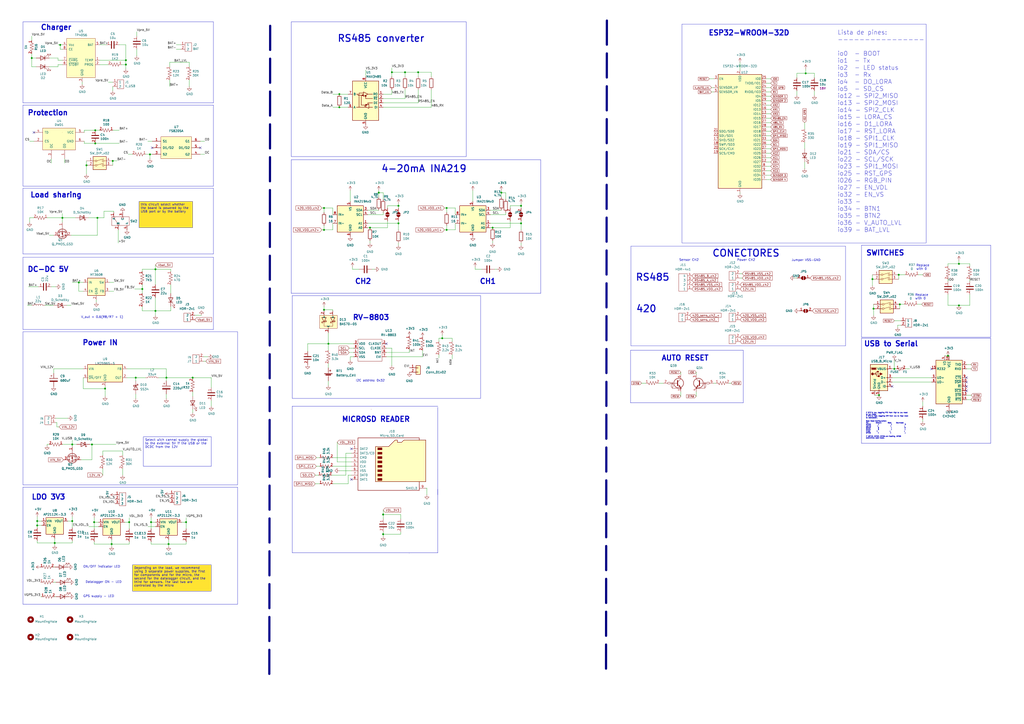
<source format=kicad_sch>
(kicad_sch (version 20231120) (generator "eeschema") (generator_version "8.0")
  (paper "A2")
  (junction (at 87.63 302.895))
  (junction (at 90.17 180.34))
  (junction (at 64.77 315.595))
  (junction (at 259.08 133.35))
  (junction (at 73.025 37.465))
  (junction (at 187.96 120.65))
  (junction (at 222.25 309.88))
  (junction (at 86.995 89.535))
  (junction (at 56.515 126.365))
  (junction (at 50.165 95.885))
  (junction (at 506.095 161.925))
  (junction (at 196.85 54.61))
  (junction (at 60.96 225.425))
  (junction (at 256.54 196.215))
  (junction (at 97.79 315.595))
  (junction (at 290.83 111.76))
  (junction (at 190.5 199.39))
  (junction (at 302.26 129.54))
  (junction (at 65.405 93.345))
  (junction (at 31.75 314.96))
  (junction (at 78.74 219.075))
  (junction (at 302.26 119.38))
  (junction (at 242.57 41.91))
  (junction (at 234.95 41.91))
  (junction (at 74.93 302.895))
  (junction (at 55.245 75.565))
  (junction (at 18.415 33.655))
  (junction (at 41.91 257.81))
  (junction (at 231.14 129.54))
  (junction (at 36.195 126.365))
  (junction (at 96.52 219.075))
  (junction (at 34.925 26.035))
  (junction (at 21.59 304.8))
  (junction (at 187.96 179.705))
  (junction (at 21.59 302.26))
  (junction (at 41.91 302.26))
  (junction (at 90.17 156.21))
  (junction (at 187.96 133.35))
  (junction (at 73.025 34.925))
  (junction (at 219.71 111.76))
  (junction (at 222.25 298.45))
  (junction (at 53.34 257.81))
  (junction (at 214.63 132.08))
  (junction (at 111.76 219.075))
  (junction (at 82.55 167.64))
  (junction (at 55.245 83.185))
  (junction (at 54.61 302.895))
  (junction (at 556.26 177.165))
  (junction (at 45.72 163.83))
  (junction (at 509.905 229.235))
  (junction (at 518.795 213.995))
  (junction (at 521.335 159.385))
  (junction (at 231.14 119.38))
  (junction (at 227.33 41.91))
  (junction (at 285.75 132.08))
  (junction (at 467.36 42.545))
  (junction (at 506.73 179.07))
  (junction (at 556.26 153.035))
  (junction (at 259.08 120.65))
  (junction (at 196.85 62.23))
  (junction (at 549.91 206.375))
  (junction (at 521.97 176.53))
  (junction (at 107.95 302.895))
  (no_connect (at 88.265 85.725))
  (no_connect (at 224.155 199.39))
  (no_connect (at 517.525 224.155))
  (no_connect (at 203.835 278.13))
  (no_connect (at 116.205 85.725))
  (no_connect (at 540.385 213.995))
  (no_connect (at 560.705 224.155))
  (no_connect (at 203.835 260.35))
  (no_connect (at 560.705 219.075))
  (no_connect (at 560.705 226.695))
  (no_connect (at 560.705 221.615))
  (no_connect (at 19.685 76.835))
  (wire (pts (xy 96.52 213.995) (xy 96.52 219.075)))
  (wire (pts (xy 506.73 176.53) (xy 506.73 179.07)))
  (wire (pts (xy 213.36 129.54) (xy 231.14 129.54)))
  (wire (pts (xy 562.61 153.035) (xy 556.26 153.035)))
  (wire (pts (xy 227.33 39.37) (xy 227.33 41.91)))
  (wire (pts (xy 41.91 257.81) (xy 41.91 255.27)))
  (wire (pts (xy 87.63 302.895) (xy 90.17 302.895)))
  (wire (pts (xy 183.515 270.51) (xy 185.42 270.51)))
  (wire (pts (xy 462.28 42.545) (xy 467.36 42.545)))
  (wire (pts (xy 285.75 132.08) (xy 295.91 132.08)))
  (wire (pts (xy 245.11 207.01) (xy 245.11 203.2)))
  (wire (pts (xy 466.725 71.12) (xy 466.725 74.93)))
  (wire (pts (xy 31.75 328.93) (xy 31.115 328.93)))
  (wire (pts (xy 190.5 199.39) (xy 178.435 199.39)))
  (wire (pts (xy 203.2 110.49) (xy 203.2 116.84)))
  (polyline (pts (xy 352.044 11.938) (xy 351.536 392.43)) (stroke (width 1.27) (type dash) (color 0 0 125 1)))
  (polyline (pts (xy 123.825 149.225) (xy 123.825 191.135)))
  (wire (pts (xy 26.035 177.165) (xy 31.115 177.165)))
  (wire (pts (xy 79.375 28.575) (xy 79.375 32.385)))
  (wire (pts (xy 41.91 299.72) (xy 41.91 302.26)))
  (wire (pts (xy 257.81 120.65) (xy 259.08 120.65)))
  (wire (pts (xy 372.11 222.25) (xy 374.65 222.25)))
  (wire (pts (xy 36.195 126.365) (xy 36.195 128.905)))
  (polyline (pts (xy 13.335 109.22) (xy 13.335 147.32)))
  (wire (pts (xy 116.205 81.915) (xy 118.745 81.915)))
  (wire (pts (xy 19.685 126.365) (xy 17.145 126.365)))
  (wire (pts (xy 254.635 196.215) (xy 256.54 196.215)))
  (polyline (pts (xy 13.335 12.7) (xy 123.825 12.7)))
  (wire (pts (xy 48.895 81.915) (xy 48.895 83.185)))
  (wire (pts (xy 28.575 257.81) (xy 27.305 257.81)))
  (wire (pts (xy 227.33 41.91) (xy 227.33 44.45)))
  (wire (pts (xy 444.5 76.2) (xy 447.04 76.2)))
  (wire (pts (xy 86.995 89.535) (xy 86.995 92.075)))
  (wire (pts (xy 204.47 156.21) (xy 208.28 156.21)))
  (polyline (pts (xy 431.165 203.2) (xy 431.165 233.68)))
  (polyline (pts (xy 431.165 233.68) (xy 365.76 233.68)))
  (wire (pts (xy 562.61 154.305) (xy 562.61 153.035)))
  (wire (pts (xy 50.165 95.885) (xy 50.165 100.965)))
  (wire (pts (xy 48.895 76.835) (xy 48.895 75.565)))
  (wire (pts (xy 290.83 111.76) (xy 293.37 111.76)))
  (wire (pts (xy 74.93 300.355) (xy 74.93 302.895)))
  (wire (pts (xy 39.37 302.26) (xy 41.91 302.26)))
  (wire (pts (xy 222.25 309.88) (xy 232.41 309.88)))
  (wire (pts (xy 96.52 219.075) (xy 96.52 220.98)))
  (wire (pts (xy 227.33 201.93) (xy 227.33 212.09)))
  (wire (pts (xy 87.63 314.325) (xy 87.63 315.595)))
  (wire (pts (xy 187.96 179.705) (xy 193.04 179.705)))
  (polyline (pts (xy 574.675 142.24) (xy 574.675 195.58)))
  (wire (pts (xy 232.41 300.99) (xy 232.41 298.45)))
  (wire (pts (xy 32.385 242.57) (xy 39.37 242.57)))
  (wire (pts (xy 182.88 275.59) (xy 184.785 275.59)))
  (wire (pts (xy 222.25 298.45) (xy 232.41 298.45)))
  (wire (pts (xy 41.91 257.81) (xy 41.91 259.08)))
  (wire (pts (xy 45.72 168.91) (xy 48.26 168.91)))
  (wire (pts (xy 41.91 314.96) (xy 41.91 313.69)))
  (wire (pts (xy 444.5 101.6) (xy 447.04 101.6)))
  (wire (pts (xy 525.145 213.995) (xy 527.685 213.995)))
  (wire (pts (xy 73.66 219.075) (xy 78.74 219.075)))
  (wire (pts (xy 48.26 163.83) (xy 45.72 163.83)))
  (wire (pts (xy 403.86 217.17) (xy 403.86 215.9)))
  (wire (pts (xy 214.63 132.08) (xy 224.79 132.08)))
  (wire (pts (xy 518.795 186.055) (xy 522.605 186.055)))
  (wire (pts (xy 32.385 346.075) (xy 31.75 346.075)))
  (wire (pts (xy 118.11 207.01) (xy 120.65 207.01)))
  (wire (pts (xy 193.04 180.34) (xy 193.04 179.705)))
  (wire (pts (xy 411.48 45.72) (xy 414.02 45.72)))
  (wire (pts (xy 293.37 111.76) (xy 293.37 115.57)))
  (wire (pts (xy 73.025 34.925) (xy 73.025 37.465)))
  (wire (pts (xy 33.655 38.735) (xy 33.655 37.465)))
  (wire (pts (xy 45.72 163.83) (xy 45.72 168.91)))
  (wire (pts (xy 56.515 136.525) (xy 56.515 126.365)))
  (wire (pts (xy 518.795 213.995) (xy 518.795 208.915)))
  (wire (pts (xy 88.265 81.915) (xy 85.725 81.915)))
  (wire (pts (xy 201.93 275.59) (xy 201.93 280.67)))
  (wire (pts (xy 190.5 193.04) (xy 190.5 199.39)))
  (wire (pts (xy 535.305 243.205) (xy 535.305 244.475)))
  (wire (pts (xy 556.26 153.035) (xy 549.91 153.035)))
  (wire (pts (xy 231.14 118.11) (xy 231.14 119.38)))
  (wire (pts (xy 21.59 306.07) (xy 21.59 304.8)))
  (polyline (pts (xy 168.91 92.71) (xy 168.91 170.18)))
  (wire (pts (xy 187.96 177.8) (xy 187.96 179.705)))
  (wire (pts (xy 444.5 81.28) (xy 447.04 81.28)))
  (wire (pts (xy 90.17 172.72) (xy 90.17 180.34)))
  (wire (pts (xy 18.415 177.165) (xy 15.875 177.165)))
  (wire (pts (xy 466.725 82.55) (xy 466.725 86.36)))
  (polyline (pts (xy 123.825 12.7) (xy 123.825 59.69)))
  (wire (pts (xy 182.88 280.67) (xy 185.42 280.67)))
  (wire (pts (xy 227.33 41.91) (xy 234.95 41.91)))
  (wire (pts (xy 506.095 161.925) (xy 506.095 165.735)))
  (wire (pts (xy 222.25 309.88) (xy 222.25 311.15)))
  (wire (pts (xy 109.855 38.735) (xy 109.855 36.195)))
  (wire (pts (xy 562.61 163.195) (xy 562.61 161.925)))
  (polyline (pts (xy 313.69 170.18) (xy 168.91 170.18)))
  (wire (pts (xy 275.59 156.21) (xy 279.4 156.21)))
  (wire (pts (xy 224.155 207.01) (xy 245.11 207.01)))
  (wire (pts (xy 525.145 159.385) (xy 521.335 159.385)))
  (wire (pts (xy 222.25 57.15) (xy 234.95 57.15)))
  (polyline (pts (xy 499.745 195.58) (xy 499.745 142.24)))
  (wire (pts (xy 55.245 83.185) (xy 69.215 83.185)))
  (wire (pts (xy 190.5 223.52) (xy 190.5 220.98)))
  (wire (pts (xy 472.44 52.705) (xy 472.44 55.245)))
  (wire (pts (xy 187.96 120.65) (xy 193.04 120.65)))
  (wire (pts (xy 41.275 136.525) (xy 56.515 136.525)))
  (polyline (pts (xy 156.718 14.986) (xy 156.21 395.478)) (stroke (width 1.27) (type dash) (color 0 0 125 1)))
  (wire (pts (xy 444.5 68.58) (xy 447.04 68.58)))
  (wire (pts (xy 259.08 133.35) (xy 259.08 130.81)))
  (wire (pts (xy 222.25 123.19) (xy 222.25 124.46)))
  (polyline (pts (xy 13.335 350.52) (xy 15.24 350.52)))
  (polyline (pts (xy 13.335 149.225) (xy 13.335 191.135)))
  (wire (pts (xy 109.855 36.195) (xy 98.425 36.195)))
  (wire (pts (xy 254.635 207.645) (xy 254.635 205.74)))
  (wire (pts (xy 231.14 128.27) (xy 231.14 129.54)))
  (wire (pts (xy 521.97 176.53) (xy 521.97 179.07)))
  (wire (pts (xy 60.325 126.365) (xy 56.515 126.365)))
  (wire (pts (xy 467.36 42.545) (xy 467.36 40.005)))
  (wire (pts (xy 21.59 302.26) (xy 21.59 299.72)))
  (wire (pts (xy 295.91 128.27) (xy 295.91 132.08)))
  (wire (pts (xy 302.26 142.24) (xy 302.26 140.97)))
  (wire (pts (xy 54.61 314.325) (xy 54.61 315.595)))
  (wire (pts (xy 187.96 120.65) (xy 187.96 123.19)))
  (wire (pts (xy 237.49 204.47) (xy 237.49 202.565)))
  (wire (pts (xy 444.5 78.74) (xy 447.04 78.74)))
  (polyline (pts (xy 123.825 60.96) (xy 123.825 107.95)))
  (wire (pts (xy 31.115 213.995) (xy 31.115 216.535)))
  (wire (pts (xy 295.91 120.65) (xy 295.91 119.38)))
  (wire (pts (xy 31.75 314.96) (xy 41.91 314.96)))
  (wire (pts (xy 227.33 52.07) (xy 227.33 54.61)))
  (wire (pts (xy 122.555 224.79) (xy 122.555 219.075)))
  (wire (pts (xy 549.91 177.165) (xy 556.26 177.165)))
  (wire (pts (xy 51.435 305.435) (xy 57.15 305.435)))
  (wire (pts (xy 222.25 54.61) (xy 227.33 54.61)))
  (wire (pts (xy 196.85 62.23) (xy 201.93 62.23)))
  (wire (pts (xy 71.12 275.59) (xy 71.12 271.78)))
  (wire (pts (xy 56.515 126.365) (xy 51.435 126.365)))
  (wire (pts (xy 97.79 313.055) (xy 97.79 315.595)))
  (wire (pts (xy 200.66 262.89) (xy 200.66 275.59)))
  (wire (pts (xy 60.325 122.555) (xy 66.04 122.555)))
  (wire (pts (xy 290.83 110.49) (xy 290.83 111.76)))
  (wire (pts (xy 59.69 261.62) (xy 59.69 264.16)))
  (polyline (pts (xy 137.795 350.52) (xy 137.795 282.575)))
  (wire (pts (xy 444.5 66.04) (xy 447.04 66.04)))
  (wire (pts (xy 232.41 308.61) (xy 232.41 309.88)))
  (wire (pts (xy 186.69 133.35) (xy 187.96 133.35)))
  (wire (pts (xy 203.2 207.01) (xy 205.105 207.01)))
  (wire (pts (xy 73.025 26.035) (xy 73.025 34.925)))
  (wire (pts (xy 202.565 201.93) (xy 205.105 201.93)))
  (wire (pts (xy 264.16 133.35) (xy 264.16 129.54)))
  (wire (pts (xy 302.26 129.54) (xy 302.26 133.35)))
  (wire (pts (xy 262.255 196.215) (xy 256.54 196.215)))
  (wire (pts (xy 234.95 41.91) (xy 242.57 41.91)))
  (wire (pts (xy 46.99 266.7) (xy 53.34 266.7)))
  (wire (pts (xy 472.44 42.545) (xy 472.44 45.085)))
  (wire (pts (xy 99.06 156.21) (xy 99.06 157.48)))
  (wire (pts (xy 195.58 267.97) (xy 203.835 267.97)))
  (wire (pts (xy 222.25 62.23) (xy 250.19 62.23)))
  (wire (pts (xy 414.02 50.8) (xy 412.75 50.8)))
  (wire (pts (xy 287.02 156.21) (xy 288.29 156.21)))
  (wire (pts (xy 461.01 161.29) (xy 462.28 161.29)))
  (wire (pts (xy 250.19 62.23) (xy 250.19 52.07)))
  (wire (pts (xy 36.195 126.365) (xy 36.195 123.825)))
  (wire (pts (xy 64.77 316.865) (xy 64.77 315.595)))
  (wire (pts (xy 444.5 83.82) (xy 447.04 83.82)))
  (wire (pts (xy 254.635 198.12) (xy 254.635 196.215)))
  (wire (pts (xy 520.7 188.595) (xy 520.7 189.865)))
  (wire (pts (xy 202.565 204.47) (xy 205.105 204.47)))
  (wire (pts (xy 444.5 96.52) (xy 447.04 96.52)))
  (wire (pts (xy 63.5 168.91) (xy 66.04 168.91)))
  (polyline (pts (xy 13.335 59.69) (xy 13.335 12.7)))
  (wire (pts (xy 54.61 302.895) (xy 57.15 302.895)))
  (polyline (pts (xy 237.49 321.31) (xy 237.49 321.31)))
  (wire (pts (xy 21.59 302.26) (xy 24.13 302.26)))
  (wire (pts (xy 562.61 177.165) (xy 562.61 170.815)))
  (wire (pts (xy 36.195 26.035) (xy 34.925 26.035)))
  (wire (pts (xy 242.57 41.91) (xy 242.57 44.45)))
  (wire (pts (xy 414.02 53.34) (xy 412.75 53.34)))
  (wire (pts (xy 122.555 219.075) (xy 111.76 219.075)))
  (wire (pts (xy 28.575 33.655) (xy 33.655 33.655)))
  (wire (pts (xy 302.26 118.11) (xy 302.26 119.38)))
  (wire (pts (xy 462.28 45.085) (xy 462.28 42.545)))
  (wire (pts (xy 222.25 308.61) (xy 222.25 309.88)))
  (wire (pts (xy 65.405 75.565) (xy 69.215 75.565)))
  (wire (pts (xy 507.365 229.235) (xy 509.905 229.235)))
  (wire (pts (xy 104.775 26.035) (xy 102.235 26.035)))
  (wire (pts (xy 429.26 161.29) (xy 430.53 161.29)))
  (wire (pts (xy 190.5 199.39) (xy 190.5 203.2)))
  (wire (pts (xy 57.785 34.925) (xy 73.025 34.925)))
  (wire (pts (xy 467.36 42.545) (xy 472.44 42.545)))
  (wire (pts (xy 65.405 93.345) (xy 67.945 93.345)))
  (wire (pts (xy 33.655 37.465) (xy 36.195 37.465)))
  (wire (pts (xy 111.76 227.33) (xy 111.76 229.87)))
  (wire (pts (xy 429.26 158.75) (xy 430.53 158.75)))
  (wire (pts (xy 107.95 315.595) (xy 107.95 314.325)))
  (wire (pts (xy 224.155 204.47) (xy 237.49 204.47)))
  (wire (pts (xy 82.55 156.21) (xy 90.17 156.21)))
  (polyline (pts (xy 574.675 195.58) (xy 499.745 195.58)))
  (wire (pts (xy 224.79 119.38) (xy 231.14 119.38)))
  (polyline (pts (xy 13.335 147.32) (xy 123.825 147.32)))
  (polyline (pts (xy 499.745 196.215) (xy 574.675 196.215)))
  (wire (pts (xy 74.93 302.895) (xy 74.93 306.705)))
  (wire (pts (xy 444.5 71.12) (xy 447.04 71.12)))
  (polyline (pts (xy 254 320.675) (xy 254 283.845)))
  (wire (pts (xy 59.69 271.78) (xy 59.69 275.59)))
  (wire (pts (xy 55.88 173.99) (xy 55.88 175.26)))
  (wire (pts (xy 274.32 110.49) (xy 274.32 116.84)))
  (wire (pts (xy 193.04 62.23) (xy 196.85 62.23)))
  (wire (pts (xy 560.705 229.235) (xy 563.372 229.235)))
  (wire (pts (xy 107.95 302.895) (xy 107.95 306.705)))
  (wire (pts (xy 82.55 156.21) (xy 82.55 157.48)))
  (wire (pts (xy 517.525 221.615) (xy 540.385 221.615)))
  (wire (pts (xy 74.93 315.595) (xy 74.93 314.325)))
  (wire (pts (xy 262.255 205.74) (xy 262.255 208.28)))
  (wire (pts (xy 242.57 59.69) (xy 242.57 52.07)))
  (wire (pts (xy 231.14 119.38) (xy 231.14 120.65)))
  (wire (pts (xy 213.36 124.46) (xy 222.25 124.46)))
  (polyline (pts (xy 13.335 149.225) (xy 123.825 149.225)))
  (wire (pts (xy 556.26 151.13) (xy 556.26 153.035)))
  (wire (pts (xy 21.59 313.69) (xy 21.59 314.96)))
  (wire (pts (xy 247.65 283.21) (xy 247.65 287.02)))
  (polyline (pts (xy 499.745 142.24) (xy 574.675 142.24)))
  (wire (pts (xy 111.76 239.395) (xy 111.76 237.49)))
  (wire (pts (xy 444.5 53.34) (xy 447.04 53.34)))
  (wire (pts (xy 41.91 302.26) (xy 41.91 306.07)))
  (wire (pts (xy 18.415 33.655) (xy 20.955 33.655)))
  (polyline (pts (xy 13.335 109.22) (xy 123.825 109.22)))
  (polyline (pts (xy 15.24 350.52) (xy 137.795 350.52)))
  (wire (pts (xy 96.52 231.14) (xy 96.52 228.6)))
  (wire (pts (xy 231.14 129.54) (xy 231.14 133.35)))
  (wire (pts (xy 550.545 206.375) (xy 549.91 206.375)))
  (wire (pts (xy 82.55 180.34) (xy 90.17 180.34)))
  (wire (pts (xy 33.02 247.65) (xy 34.29 247.65)))
  (polyline (pts (xy 237.49 320.675) (xy 254 320.675)))
  (wire (pts (xy 65.405 93.345) (xy 65.405 95.885)))
  (wire (pts (xy 382.27 222.25) (xy 384.81 222.25)))
  (wire (pts (xy 415.29 222.25) (xy 414.02 222.25)))
  (wire (pts (xy 16.51 166.37) (xy 22.225 166.37)))
  (wire (pts (xy 187.96 133.35) (xy 187.96 130.81)))
  (polyline (pts (xy 313.69 92.71) (xy 313.69 170.18)))
  (wire (pts (xy 45.72 163.83) (xy 41.91 163.83)))
  (wire (pts (xy 522.605 188.595) (xy 520.7 188.595)))
  (wire (pts (xy 444.5 63.5) (xy 447.04 63.5)))
  (wire (pts (xy 222.25 295.91) (xy 222.25 298.45)))
  (wire (pts (xy 48.895 75.565) (xy 55.245 75.565)))
  (wire (pts (xy 444.5 58.42) (xy 447.04 58.42)))
  (polyline (pts (xy 123.825 107.95) (xy 13.335 107.95)))
  (wire (pts (xy 203.2 208.915) (xy 203.2 207.01)))
  (wire (pts (xy 264.16 120.65) (xy 264.16 124.46)))
  (wire (pts (xy 90.17 156.21) (xy 99.06 156.21)))
  (wire (pts (xy 213.36 132.08) (xy 214.63 132.08)))
  (wire (pts (xy 224.155 201.93) (xy 227.33 201.93)))
  (wire (pts (xy 444.5 55.88) (xy 447.04 55.88)))
  (wire (pts (xy 48.26 225.425) (xy 60.96 225.425)))
  (wire (pts (xy 193.04 120.65) (xy 193.04 124.46)))
  (wire (pts (xy 21.59 314.96) (xy 31.75 314.96)))
  (wire (pts (xy 222.25 59.69) (xy 242.57 59.69)))
  (wire (pts (xy 99.06 170.18) (xy 99.06 165.1)))
  (wire (pts (xy 219.71 110.49) (xy 219.71 111.76)))
  (wire (pts (xy 549.91 163.195) (xy 549.91 161.925)))
  (wire (pts (xy 262.255 196.215) (xy 262.255 198.12)))
  (wire (pts (xy 178.435 199.39) (xy 178.435 203.835)))
  (wire (pts (xy 462.28 52.705) (xy 462.28 55.245)))
  (wire (pts (xy 85.725 305.435) (xy 90.17 305.435)))
  (wire (pts (xy 65.405 50.165) (xy 65.405 52.705)))
  (wire (pts (xy 403.86 227.33) (xy 403.86 229.87)))
  (wire (pts (xy 556.26 177.165) (xy 562.61 177.165)))
  (wire (pts (xy 193.04 270.51) (xy 203.835 270.51)))
  (wire (pts (xy 24.13 304.8) (xy 21.59 304.8)))
  (wire (pts (xy 284.48 124.46) (xy 293.37 124.46)))
  (wire (pts (xy 213.36 121.92) (xy 219.71 121.92)))
  (polyline (pts (xy 254 236.22) (xy 254 287.02)))
  (polyline (pts (xy 123.825 191.135) (xy 13.335 191.135)))
  (wire (pts (xy 116.84 182.88) (xy 113.03 182.88)))
  (wire (pts (xy 187.96 179.705) (xy 187.96 180.34)))
  (wire (pts (xy 444.5 73.66) (xy 447.04 73.66)))
  (wire (pts (xy 466.725 93.98) (xy 466.725 97.79)))
  (wire (pts (xy 78.74 219.075) (xy 84.455 219.075)))
  (wire (pts (xy 55.245 75.565) (xy 57.785 75.565)))
  (wire (pts (xy 54.61 302.895) (xy 54.61 300.355)))
  (wire (pts (xy 82.55 177.8) (xy 82.55 180.34)))
  (wire (pts (xy 47.625 47.625) (xy 47.625 48.895)))
  (wire (pts (xy 196.85 273.05) (xy 203.835 273.05)))
  (wire (pts (xy 231.14 142.24) (xy 231.14 140.97)))
  (wire (pts (xy 28.575 38.735) (xy 33.655 38.735)))
  (wire (pts (xy 19.685 81.915) (xy 17.145 81.915)))
  (polyline (pts (xy 499.745 257.175) (xy 499.745 196.215)))
  (wire (pts (xy 193.04 54.61) (xy 196.85 54.61)))
  (polyline (pts (xy 13.335 282.575) (xy 13.335 350.52)))
  (wire (pts (xy 73.66 213.995) (xy 96.52 213.995)))
  (wire (pts (xy 98.425 36.195) (xy 98.425 38.735)))
  (polyline (pts (xy 168.91 92.71) (xy 313.69 92.71)))
  (wire (pts (xy 105.41 302.895) (xy 107.95 302.895)))
  (wire (pts (xy 38.735 177.165) (xy 41.275 177.165)))
  (polyline (pts (xy 574.675 196.215) (xy 574.675 257.175)))
  (wire (pts (xy 549.91 170.815) (xy 549.91 177.165)))
  (wire (pts (xy 54.61 315.595) (xy 64.77 315.595)))
  (wire (pts (xy 87.63 302.895) (xy 87.63 306.705)))
  (wire (pts (xy 78.105 167.64) (xy 82.55 167.64)))
  (wire (pts (xy 204.47 154.94) (xy 204.47 156.21)))
  (wire (pts (xy 222.25 298.45) (xy 222.25 300.99)))
  (wire (pts (xy 72.39 302.895) (xy 74.93 302.895)))
  (wire (pts (xy 302.26 119.38) (xy 302.26 120.65)))
  (polyline (pts (xy 365.76 233.68) (xy 365.76 203.2)))
  (wire (pts (xy 186.69 120.65) (xy 187.96 120.65)))
  (wire (pts (xy 444.5 91.44) (xy 447.04 91.44)))
  (wire (pts (xy 78.74 228.6) (xy 78.74 231.14)))
  (wire (pts (xy 122.555 232.41) (xy 122.555 235.585)))
  (wire (pts (xy 48.26 219.075) (xy 48.26 225.425)))
  (wire (pts (xy 444.5 93.98) (xy 447.04 93.98)))
  (wire (pts (xy 560.705 213.995) (xy 563.245 213.995)))
  (wire (pts (xy 18.415 33.655) (xy 18.415 38.735)))
  (wire (pts (xy 302.26 128.27) (xy 302.26 129.54)))
  (wire (pts (xy 53.34 257.81) (xy 52.07 257.81)))
  (wire (pts (xy 444.5 99.06) (xy 447.04 99.06)))
  (wire (pts (xy 48.26 213.995) (xy 31.115 213.995)))
  (wire (pts (xy 193.04 133.35) (xy 193.04 129.54)))
  (wire (pts (xy 33.655 34.925) (xy 36.195 34.925)))
  (wire (pts (xy 532.765 159.385) (xy 535.305 159.385)))
  (wire (pts (xy 224.79 120.65) (xy 224.79 119.38)))
  (wire (pts (xy 60.96 229.87) (xy 60.96 225.425)))
  (wire (pts (xy 429.26 40.64) (xy 429.26 36.195)))
  (wire (pts (xy 104.775 28.575) (xy 102.235 28.575)))
  (wire (pts (xy 444.5 60.96) (xy 447.04 60.96)))
  (wire (pts (xy 71.12 261.62) (xy 59.69 261.62)))
  (wire (pts (xy 215.9 156.21) (xy 217.17 156.21)))
  (wire (pts (xy 50.165 93.345) (xy 50.165 95.885)))
  (wire (pts (xy 187.96 133.35) (xy 193.04 133.35)))
  (wire (pts (xy 444.5 48.26) (xy 447.04 48.26)))
  (wire (pts (xy 82.55 165.1) (xy 82.55 167.64)))
  (wire (pts (xy 90.17 156.21) (xy 90.17 165.1)))
  (wire (pts (xy 250.19 44.45) (xy 250.19 41.91)))
  (polyline (pts (xy 123.825 109.22) (xy 123.825 147.32)))
  (wire (pts (xy 518.795 213.995) (xy 520.065 213.995)))
  (polyline (pts (xy 169.545 320.675) (xy 169.545 235.585)))
  (wire (pts (xy 234.95 41.91) (xy 234.95 44.45)))
  (wire (pts (xy 109.855 50.165) (xy 109.855 46.355)))
  (wire (pts (xy 444.5 104.14) (xy 447.04 104.14)))
  (polyline (pts (xy 13.335 107.95) (xy 13.335 60.96)))
  (wire (pts (xy 422.91 222.25) (xy 424.18 222.25)))
  (wire (pts (xy 444.5 45.72) (xy 447.04 45.72)))
  (wire (pts (xy 18.415 38.735) (xy 20.955 38.735)))
  (wire (pts (xy 87.63 315.595) (xy 97.79 315.595)))
  (wire (pts (xy 224.79 128.27) (xy 224.79 132.08)))
  (wire (pts (xy 97.79 315.595) (xy 107.95 315.595)))
  (wire (pts (xy 219.71 114.3) (xy 219.71 111.76)))
  (wire (pts (xy 532.13 176.53) (xy 534.67 176.53)))
  (polyline (pts (xy 169.545 320.675) (xy 237.49 320.675)))
  (wire (pts (xy 27.305 257.81) (xy 27.305 258.445)))
  (wire (pts (xy 193.04 280.67) (xy 201.93 280.67)))
  (wire (pts (xy 73.025 37.465) (xy 73.025 40.005)))
  (wire (pts (xy 37.465 92.075) (xy 37.465 94.615)))
  (wire (pts (xy 524.51 176.53) (xy 521.97 176.53)))
  (wire (pts (xy 34.925 26.035) (xy 33.655 26.035)))
  (wire (pts (xy 284.48 121.92) (xy 290.83 121.92)))
  (wire (pts (xy 285.75 140.97) (xy 285.75 139.7)))
  (wire (pts (xy 64.77 315.595) (xy 74.93 315.595)))
  (wire (pts (xy 31.75 312.42) (xy 31.75 314.96)))
  (wire (pts (xy 192.405 275.59) (xy 200.66 275.59)))
  (wire (pts (xy 560.705 231.775) (xy 563.245 231.775)))
  (wire (pts (xy 506.73 182.88) (xy 506.73 179.07)))
  (wire (pts (xy 21.59 304.8) (xy 21.59 302.26)))
  (wire (pts (xy 18.415 23.495) (xy 18.415 20.955)))
  (wire (pts (xy 234.95 57.15) (xy 234.95 52.07)))
  (wire (pts (xy 33.02 247.65) (xy 33.02 245.11)))
  (wire (pts (xy 53.34 257.81) (xy 67.31 257.81)))
  (wire (pts (xy 99.06 180.34) (xy 90.17 180.34)))
  (wire (pts (xy 79.375 20.955) (xy 79.375 18.415)))
  (wire (pts (xy 200.66 262.89) (xy 203.835 262.89)))
  (wire (pts (xy 212.09 44.45) (xy 212.09 40.64)))
  (wire (pts (xy 107.95 300.355) (xy 107.95 302.895)))
  (wire (pts (xy 506.095 159.385) (xy 506.095 161.925)))
  (wire (pts (xy 219.71 111.76) (xy 222.25 111.76)))
  (wire (pts (xy 17.145 126.365) (xy 17.145 128.905)))
  (wire (pts (xy 60.96 225.425) (xy 60.96 224.155)))
  (wire (pts (xy 193.04 265.43) (xy 203.835 265.43)))
  (wire (pts (xy 535.305 235.585) (xy 535.305 233.045)))
  (wire (pts (xy 222.25 111.76) (xy 222.25 115.57)))
  (polyline (pts (xy 365.76 203.2) (xy 431.165 203.2)))
  (wire (pts (xy 259.08 120.65) (xy 264.16 120.65)))
  (wire (pts (xy 111.76 219.075) (xy 111.76 219.71)))
  (wire (pts (xy 78.74 219.075) (xy 78.74 220.98)))
  (wire (pts (xy 69.215 26.035) (xy 73.025 26.035)))
  (polyline (pts (xy 13.335 282.575) (xy 137.795 282.575)))
  (wire (pts (xy 90.17 153.67) (xy 90.17 156.21)))
  (wire (pts (xy 31.115 136.525) (xy 28.575 136.525)))
  (wire (pts (xy 63.5 163.83) (xy 66.04 163.83)))
  (wire (pts (xy 33.02 245.11) (xy 32.385 245.11)))
  (polyline (pts (xy 123.825 59.69) (xy 13.335 59.69)))
  (wire (pts (xy 295.91 119.38) (xy 302.26 119.38)))
  (wire (pts (xy 429.26 111.76) (xy 429.26 112.395)))
  (wire (pts (xy 57.785 26.035) (xy 61.595 26.035)))
  (wire (pts (xy 214.63 140.97) (xy 214.63 139.7)))
  (polyline (pts (xy 169.545 235.585) (xy 254 235.585)))
  (wire (pts (xy 517.525 213.995) (xy 518.795 213.995)))
  (wire (pts (xy 53.34 266.7) (xy 53.34 257.81)))
  (polyline (pts (xy 13.335 60.96) (xy 123.825 60.96)))
  (wire (pts (xy 65.405 47.625) (xy 62.865 47.625)))
  (wire (pts (xy 36.195 126.365) (xy 27.305 126.365)))
  (wire (pts (xy 97.79 316.865) (xy 97.79 315.595)))
  (wire (pts (xy 64.77 313.055) (xy 64.77 315.595)))
  (wire (pts (xy 96.52 219.075) (xy 111.76 219.075)))
  (wire (pts (xy 257.81 133.35) (xy 259.08 133.35)))
  (wire (pts (xy 36.195 28.575) (xy 34.925 28.575)))
  (wire (pts (xy 190.5 213.36) (xy 190.5 210.82)))
  (wire (pts (xy 48.895 83.185) (xy 55.245 83.185)))
  (wire (pts (xy 66.04 122.555) (xy 66.04 123.19)))
  (wire (pts (xy 34.925 28.575) (xy 34.925 26.035)))
  (wire (pts (xy 444.5 86.36) (xy 447.04 86.36)))
  (wire (pts (xy 549.91 206.375) (xy 548.005 206.375)))
  (wire (pts (xy 394.97 217.17) (xy 394.97 215.9)))
  (wire (pts (xy 284.48 129.54) (xy 302.26 129.54)))
  (wire (pts (xy 444.5 88.9) (xy 447.04 88.9)))
  (wire (pts (xy 116.205 89.535) (xy 118.745 89.535)))
  (wire (pts (xy 18.415 31.115) (xy 18.415 33.655)))
  (wire (pts (xy 68.58 133.35) (xy 68.58 140.97)))
  (wire (pts (xy 259.08 133.35) (xy 264.16 133.35)))
  (wire (pts (xy 54.61 302.895) (xy 54.61 306.705)))
  (wire (pts (xy 247.015 283.21) (xy 247.65 283.21)))
  (wire (pts (xy 31.75 316.23) (xy 31.75 314.96)))
  (wire (pts (xy 86.995 89.535) (xy 88.265 89.535)))
  (wire (pts (xy 23.495 346.075) (xy 24.13 346.075)))
  (wire (pts (xy 90.17 180.34) (xy 90.17 182.88)))
  (wire (pts (xy 118.11 209.55) (xy 119.38 209.55)))
  (wire (pts (xy 394.97 227.33) (xy 394.97 229.87)))
  (wire (pts (xy 521.335 159.385) (xy 521.335 161.925)))
  (wire (pts (xy 41.91 257.81) (xy 36.195 257.81)))
  (wire (pts (xy 29.845 166.37) (xy 32.385 166.37)))
  (wire (pts (xy 32.385 337.82) (xy 31.115 337.82)))
  (wire (pts (xy 84.455 89.535) (xy 86.995 89.535)))
  (wire (pts (xy 71.12 264.16) (xy 71.12 261.62)))
  (wire (pts (xy 259.08 120.65) (xy 259.08 123.19)))
  (wire (pts (xy 43.815 126.365) (xy 36.195 126.365)))
  (wire (pts (xy 293.37 123.19) (xy 293.37 124.46)))
  (wire (pts (xy 87.63 302.895) (xy 87.63 300.355)))
  (wire (pts (xy 33.655 33.655) (xy 33.655 34.925)))
  (wire (pts (xy 99.06 177.8) (xy 99.06 180.34)))
  (wire (pts (xy 44.45 257.81) (xy 41.91 257.81)))
  (wire (pts (xy 275.59 154.94) (xy 275.59 156.21)))
  (wire (pts (xy 560.705 211.455) (xy 563.245 211.455)))
  (wire (pts (xy 256.54 194.31) (xy 256.54 196.215)))
  (wire (pts (xy 196.85 54.61) (xy 201.93 54.61)))
  (wire (pts (xy 517.525 219.075) (xy 540.385 219.075)))
  (wire (pts (xy 444.5 50.8) (xy 447.04 50.8)))
  (wire (pts (xy 195.58 256.54) (xy 195.58 267.97)))
  (wire (pts (xy 549.91 154.305) (xy 549.91 153.035)))
  (wire (pts (xy 76.835 89.535) (xy 74.295 89.535)))
  (wire (pts (xy 60.325 122.555) (xy 60.325 126.365)))
  (wire (pts (xy 70.485 37.465) (xy 73.025 37.465)))
  (wire (pts (xy 183.515 265.43) (xy 185.42 265.43)))
  (wire (pts (xy 57.785 37.465) (xy 62.865 37.465)))
  (wire (pts (xy 29.845 92.075) (xy 29.845 94.615)))
  (wire (pts (xy 250.19 41.91) (xy 242.57 41.91)))
  (wire (pts (xy 98.425 46.355) (xy 98.425 50.165)))
  (wire (pts (xy 82.55 167.64) (xy 82.55 170.18)))
  (wire (pts (xy 290.83 114.3) (xy 290.83 111.76)))
  (wire (pts (xy 190.5 199.39) (xy 205.105 199.39)))
  (wire (pts (xy 203.835 275.59) (xy 201.93 275.59)))
  (wire (pts (xy 92.075 219.075) (xy 96.52 219.075)))
  (polyline (pts (xy 574.675 257.175) (xy 499.745 257.175)))
  (wire (pts (xy 284.48 132.08) (xy 285.75 132.08)))
  (rectangle (start 168.91 12.7) (end 270.51 90.805))
  (rectangle (start 366.014 142.748) (end 490.474 200.66))
  (rectangle (start 395.605 13.97) (end 537.21 140.97))
  (rectangle (start 13.335 192.405) (end 137.795 281.305))
  (rectangle (start 169.545 171.45) (end 278.765 231.14))
  (text_box "Select wich cannal supply the global to the external 5V if the USB or the DCDC from the 12V\n" (at 83.185 253.365 0) (size 39.37 17.145) (effects (font (size 1.27 1.27)) (justify left top)))
  (text_box "Depending on the load, we recommend using 3 separate power supplies. the first for components and for the micro, the second for the datalogger circuit, and the third for sensors. The last two are controlled by the micro" (at 76.835 327.66 0) (size 45.72 15.24) (fill (type color) (color 255 227 49 1)) (effects (font (size 1.27 1.27)) (justify left top)))
  (text_box "this circuit select whether the board is powered by the USB port or by the battery" (at 80.645 116.84 0) (size 31.115 15.24) (fill (type color) (color 255 227 49 1)) (effects (font (size 1.27 1.27)) (justify left top)))
  (text "420" (at 368.808 181.61 0) (effects (font (size 4 4) (thickness 0.5994) (bold yes)) (justify left bottom)))
  (text "Replace \nwith 0" (at 530.86 173.99 0) (effects (font (size 1.27 1.27)) (justify left bottom)))
  (text "Lista de pines:\n----------------\n\nio0  - BOOT\nio1  - Tx\nio2  - LED status\nio3  - Rx\nio4  - DO_LORA\nio5  - SD_CS\nio12 - SPI2_MISO\nio13 - SPI2_MOSI\nio14 - SPI2_CLK \nio15 - LORA_CS\nio16 - D1_LORA\nio17 - RST_LORA\nio18 - SPI1_CLK\nio19 - SPI1_MISO\nio21 - SDA/CS\nio22 - SCL/SCK\nio23 - SPI1_MOSI\nio25 - RST_GPS\ni026 - RGB_PIN\nio27 - EN_VDL\nio32 - EN_VS\nio33 - \nio34 - BTN1\nio35 - BTN2\nio36 - V_AUTO_LVL\nio39 - BAT_LVL\n\n" (at 485.775 139.065 0) (effects (font (size 2.54 2.54)) (justify left bottom)))
  (text "Power CH2" (at 427.482 151.638 0) (effects (font (size 1.27 1.27)) (justify left bottom)))
  (text "RS485 converter" (at 195.58 24.765 0) (effects (font (size 4 4) (thickness 0.5994) (bold yes)) (justify left bottom)))
  (text "4-20mA INA219" (at 220.98 100.33 0) (effects (font (size 4 4) (thickness 0.5994) (bold yes)) (justify left bottom)))
  (text "Charger" (at 23.495 17.78 0) (effects (font (size 2.9972 2.9972) (thickness 0.5994) (bold yes)) (justify left bottom)))
  (text "USB to Serial" (at 501.015 201.295 0) (effects (font (size 2.9972 2.9972) (thickness 0.5994) (bold yes)) (justify left bottom)))
  (text "Datalogger ON - LED" (at 49.53 338.455 0) (effects (font (size 1.27 1.27)) (justify left bottom)))
  (text "ESP32-WROOM-32D" (at 410.845 20.955 0) (effects (font (size 2.9972 2.9972) (thickness 0.5994) (bold yes)) (justify left bottom)))
  (text "Replace \nwith 0" (at 531.495 156.845 0) (effects (font (size 1.27 1.27)) (justify left bottom)))
  (text "DC-DC 5V" (at 40.005 158.115 0) (effects (font (size 2.9972 2.9972) (thickness 0.5994) (bold yes)) (justify right bottom)))
  (text "SWITCHES" (at 502.285 148.59 0) (effects (font (size 2.9972 2.9972) (thickness 0.5994) (bold yes)) (justify left bottom)))
  (text "CH1" (at 278.13 165.1 0) (effects (font (size 2.9972 2.9972) (thickness 0.5994) (bold yes)) (justify left bottom)))
  (text "MICROSD READER" (at 198.12 245.11 0) (effects (font (size 2.9972 2.9972) (thickness 0.5994) (bold yes)) (justify left bottom)))
  (text "Power IN" (at 68.58 200.66 0) (effects (font (size 2.9972 2.9972) (thickness 0.5994) (bold yes)) (justify right bottom)))
  (text "AUTO RESET" (at 383.54 209.55 0) (effects (font (size 2.9972 2.9972) (thickness 0.5994) (bold yes)) (justify left bottom)))
  (text "If DTR is Low, toggling RTS from High to Low reset\nto run mode.\nIf RTS is High, toggling DTR from Low to High reset\nto bootloader.\n\nBoot Mode Configuration:\nPin         Default        Boot      Download\nGPIO0         1               1                0\nU0TXD        1               1                x\nGPIO2         0               x                0\nGPIO4         0               x                x\nMTDO        1               x                 x\nGPIO5         1              1                 x\n\nIf U0TXD, GPIO2, GPIO5 are floating, GPIO0\ndetermines boot mode." (at 502.285 254.635 0) (effects (font (size 0.6096 0.6096)) (justify left bottom)))
  (text "Protection" (at 15.875 67.31 0) (effects (font (size 2.9972 2.9972) (thickness 0.5994) (bold yes)) (justify left bottom)))
  (text "Jumper VSS-GND" (at 459.105 151.765 0) (effects (font (size 1.27 1.27)) (justify left bottom)))
  (text "GPS supply - LED\n" (at 48.26 346.71 0) (effects (font (size 1.27 1.27)) (justify left bottom)))
  (text "Sensor CH2\n" (at 393.954 151.638 0) (effects (font (size 1.27 1.27)) (justify left bottom)))
  (text "LDO 3V3" (at 38.1 290.195 0) (effects (font (size 2.9972 2.9972) (thickness 0.5994) (bold yes)) (justify right bottom)))
  (text "RS485" (at 368.554 163.322 0) (effects (font (size 4 4) (thickness 0.5994) (bold yes)) (justify left bottom)))
  (text "ON/OFF indicator LED" (at 48.26 329.565 0) (effects (font (size 1.27 1.27)) (justify left bottom)))
  (text "CH2" (at 205.74 165.1 0) (effects (font (size 2.9972 2.9972) (thickness 0.5994) (bold yes)) (justify left bottom)))
  (text "I2C addres: 0x32" (at 206.375 221.615 0) (effects (font (size 1.27 1.27)) (justify left bottom)))
  (text "CONECTORES" (at 413.004 149.352 0) (effects (font (size 4 4) (thickness 0.5994) (bold yes)) (justify left bottom)))
  (text "V_out = 0.6(R8/R7 + 1)" (at 46.99 184.785 0) (effects (font (size 1.27 1.27)) (justify left bottom)))
  (text "RV-8803" (at 204.47 186.055 0) (effects (font (size 3 3) (thickness 0.6) (bold yes)) (justify left bottom)))
  (text "Load sharing" (at 47.625 114.935 0) (effects (font (size 2.9972 2.9972) (thickness 0.5994) (bold yes)) (justify right bottom)))
  (label "OC" (at 118.745 89.535 0))
  (label "Vpre_5V" (at 79.375 18.415 0))
  (label "RS485_EN" (at 234.95 57.15 0))
  (label "FB_5V" (at 78.105 167.64 180))
  (label "CS" (at 17.145 81.915 180))
  (label "Vpre_5V" (at 67.31 257.81 0))
  (label "BAT-" (at 102.235 28.575 180))
  (label "SDA" (at 214.63 121.92 0))
  (label "VDL_3V3" (at 74.93 300.355 0))
  (label "Vpre_5V" (at 33.655 26.035 180))
  (label "+5V" (at 68.58 140.97 0))
  (label "BAT+" (at 41.91 163.83 0))
  (label "BAT+" (at 98.425 50.165 0))
  (label "V_AUTO_LVL" (at 71.12 261.62 0))
  (label "V_USB" (at 527.685 213.995 0))
  (label "VS_3V3" (at 212.09 40.64 0))
  (label "BAT+" (at 69.215 75.565 0))
  (label "RS485_EN" (at 242.57 59.69 0))
  (label "EN_VS_S" (at 85.725 305.435 180))
  (label "Data_B" (at 193.04 54.61 180))
  (label "EN_VDL" (at 66.675 292.1 180))
  (label "Vbat_5V" (at 28.575 136.525 180))
  (label "OD" (at 37.465 94.615 0))
  (label "Vbat_5V" (at 41.275 177.165 0))
  (label "OD" (at 118.745 81.915 0))
  (label "EN_VDL_S" (at 51.435 305.435 180))
  (label "EN_VS_S" (at 98.425 288.925 180))
  (label "Vpre_5V" (at 62.865 47.625 180))
  (label "BAT-" (at 69.215 83.185 0))
  (label "BAT+" (at 15.875 177.165 0))
  (label "CS" (at 74.295 89.535 180))
  (label "SW_5V" (at 26.035 177.165 0))
  (label "IO0" (at 549.91 163.195 0))
  (label "V_USB" (at 41.91 255.27 180))
  (label "scl" (at 254.635 207.645 270))
  (label "EVI" (at 245.11 207.01 0))
  (label "SW_5V" (at 66.04 163.83 0))
  (label "VIN_5V" (at 122.555 219.075 0))
  (label "BAT-" (at 67.945 93.345 0))
  (label "BAT+" (at 102.235 26.035 180))
  (label "485_TX" (at 227.33 54.61 0))
  (label "VIN_12V" (at 31.115 213.995 180))
  (label "SCL" (at 214.63 124.46 0))
  (label "EN_VS" (at 98.425 291.465 180))
  (label "V_in" (at 518.795 210.185 0))
  (label "EN_VDL_S" (at 66.675 289.56 180))
  (label "EVI" (at 237.49 213.36 180))
  (label "INT" (at 237.49 204.47 0))
  (label "BAT+" (at 57.785 26.035 0))
  (label "SDA" (at 285.75 121.92 0))
  (label "BAT_LVL" (at 100.965 36.195 0))
  (label "BAT-" (at 85.725 81.915 180))
  (label "VDL_3V3" (at 23.495 337.82 180))
  (label "RESET" (at 562.61 163.195 0))
  (label "FB_5V" (at 66.04 168.91 0))
  (label "sda" (at 262.255 208.28 270))
  (label "Vpre_5V" (at 18.415 20.955 0))
  (label "VGPS_3V3" (at 23.495 346.075 180))
  (label "Data_A" (at 193.04 62.23 180))
  (label "SCL" (at 285.75 124.46 0))
  (label "BAT+" (at 16.51 166.37 0))
  (label "485_RX" (at 250.19 62.23 0))
  (label "VGPS_3V3" (at 107.95 300.355 0))
  (label "VS_3V3" (at 227.33 39.37 0))
  (label "OC" (at 29.845 94.615 180))
  (label "Vpre_5V" (at 36.195 123.825 180))
  (global_label "485_TX" (shape input) (at 447.04 71.12 0) (effects (font (size 1 1))) (property "Intersheetrefs" "${INTERSHEET_REFS}" (effects (hide yes))))
  (global_label "IO0" (shape input) (at 447.04 45.72 0) (effects (font (size 1 1))) (property "Intersheetrefs" "${INTERSHEET_REFS}" (effects (hide yes))))
  (global_label "RS485_B_ch2" (shape input) (at 401.32 160.02 0) (property "Intersheetrefs" "${INTERSHEET_REFS}" (effects (hide yes))))
  (global_label "RS485_VSS_ch2" (shape input) (at 430.53 158.75 0) (property "Intersheetrefs" "${INTERSHEET_REFS}" (effects (hide yes))))
  (global_label "VIN_5V" (shape input) (at 119.38 209.55 0) (property "Intersheetrefs" "${INTERSHEET_REFS}" (effects (hide yes))))
  (global_label "DTR#" (shape input) (at 372.11 222.25 180) (effects (font (size 1 1))) (property "Intersheetrefs" "${INTERSHEET_REFS}" (effects (hide yes))))
  (global_label "RST#" (shape input) (at 424.18 222.25 0) (effects (font (size 1 1))) (property "Intersheetrefs" "${INTERSHEET_REFS}" (effects (hide yes))))
  (global_label "KR3" (shape input) (at 447.04 66.04 0) (effects (font (size 1 1))) (property "Intersheetrefs" "${INTERSHEET_REFS}" (effects (hide yes))))
  (global_label "420_VDD_ch2" (shape input) (at 429.26 185.42 0) (property "Intersheetrefs" "${INTERSHEET_REFS}" (effects (hide yes))))
  (global_label "SENSOR 1" (shape input) (at 447.04 55.88 0) (effects (font (size 1 1))) (property "Intersheetrefs" "${INTERSHEET_REFS}" (effects (hide yes))))
  (global_label "VIN_5V" (shape input) (at 36.83 266.7 180) (property "Intersheetrefs" "${INTERSHEET_REFS}" (effects (hide yes))))
  (global_label "12V_IN" (shape input) (at 59.69 275.59 180) (property "Intersheetrefs" "${INTERSHEET_REFS}" (effects (hide yes))))
  (global_label "KC2" (shape input) (at 447.04 88.9 0) (effects (font (size 1 1))) (property "Intersheetrefs" "${INTERSHEET_REFS}" (effects (hide yes))))
  (global_label "SCL" (shape input) (at 447.04 83.82 0) (effects (font (size 1 1))) (property "Intersheetrefs" "${INTERSHEET_REFS}" (effects (hide yes))))
  (global_label "485_RX" (shape input) (at 447.04 73.66 0) (effects (font (size 1 1))) (property "Intersheetrefs" "${INTERSHEET_REFS}" (effects (hide yes))))
  (global_label "RST#" (shape input) (at 394.97 229.87 180) (effects (font (size 1 1))) (property "Intersheetrefs" "${INTERSHEET_REFS}" (effects (hide yes))))
  (global_label "12V_IN" (shape input) (at 429.26 167.64 0) (property "Intersheetrefs" "${INTERSHEET_REFS}" (effects (hide yes))))
  (global_label "RS485_VDD_ch2" (shape input) (at 429.26 165.1 0) (property "Intersheetrefs" "${INTERSHEET_REFS}" (effects (hide yes))))
  (global_label "SENSOR 3" (shape input) (at 447.04 101.6 0) (effects (font (size 1 1))) (property "Intersheetrefs" "${INTERSHEET_REFS}" (effects (hide yes))))
  (global_label "SPI1_MOSI" (shape input) (at 183.515 265.43 180) (property "Intersheetrefs" "${INTERSHEET_REFS}" (effects (hide yes))))
  (global_label "BAT_LVL" (shape input) (at 412.75 53.34 180) (effects (font (size 1 1))) (property "Intersheetrefs" "${INTERSHEET_REFS}" (effects (hide yes))))
  (global_label "SDA" (shape input) (at 447.04 81.28 0) (effects (font (size 1 1))) (property "Intersheetrefs" "${INTERSHEET_REFS}" (effects (hide yes))))
  (global_label "420_VSS_ch2" (shape input) (at 471.17 180.34 0) (property "Intersheetrefs" "${INTERSHEET_REFS}" (effects (hide yes))))
  (global_label "SENSOR 2" (shape input) (at 447.04 58.42 0) (effects (font (size 1 1))) (property "Intersheetrefs" "${INTERSHEET_REFS}" (effects (hide yes))))
  (global_label "RX" (shape input) (at 563.245 211.455 0) (effects (font (size 1 1))) (property "Intersheetrefs" "${INTERSHEET_REFS}" (effects (hide yes))))
  (global_label "420_VDD_ch1+" (shape input) (at 257.81 133.35 180) (property "Intersheetrefs" "${INTERSHEET_REFS}" (effects (hide yes))))
  (global_label "IO0" (shape input) (at 535.305 159.385 0) (effects (font (size 1 1))) (property "Intersheetrefs" "${INTERSHEET_REFS}" (effects (hide yes))))
  (global_label "DTR#" (shape input) (at 563.372 229.235 0) (effects (font (size 1 1))) (property "Intersheetrefs" "${INTERSHEET_REFS}" (effects (hide yes))))
  (global_label "SCL" (shape input) (at 202.565 201.93 180) (property "Intersheetrefs" "${INTERSHEET_REFS}" (effects (hide yes))))
  (global_label "KC1" (shape input) (at 447.04 91.44 0) (effects (font (size 1 1))) (property "Intersheetrefs" "${INTERSHEET_REFS}" (effects (hide yes))))
  (global_label "RS485_EN" (shape input) (at 447.04 68.58 0) (effects (font (size 1 1))) (property "Intersheetrefs" "${INTERSHEET_REFS}" (effects (hide yes))))
  (global_label "Vbat_5V" (shape input) (at 113.03 185.42 0) (property "Intersheetrefs" "${INTERSHEET_REFS}" (effects (hide yes))))
  (global_label "VDL_3V3" (shape input) (at 222.25 295.91 0) (property "Intersheetrefs" "${INTERSHEET_REFS}" (effects (hide yes))))
  (global_label "RS485_VDD_ch2" (shape input) (at 401.32 167.64 0) (property "Intersheetrefs" "${INTERSHEET_REFS}" (effects (hide yes))))
  (global_label "KC3" (shape input) (at 447.04 99.06 0) (effects (font (size 1 1))) (property "Intersheetrefs" "${INTERSHEET_REFS}" (effects (hide yes))))
  (global_label "Vbat_5V" (shape input) (at 90.17 153.67 0) (property "Intersheetrefs" "${INTERSHEET_REFS}" (effects (hide yes))))
  (global_label "RST#" (shape input) (at 563.245 231.775 0) (effects (font (size 1 1))) (property "Intersheetrefs" "${INTERSHEET_REFS}" (effects (hide yes))))
  (global_label "420_VSS_ch2" (shape input) (at 429.26 182.88 0) (property "Intersheetrefs" "${INTERSHEET_REFS}" (effects (hide yes))))
  (global_label "IO2 GPB" (shape input) (at 447.04 50.8 0) (effects (font (size 1 1))) (property "Intersheetrefs" "${INTERSHEET_REFS}" (effects (hide yes))))
  (global_label "420_VDD_ch2" (shape input) (at 429.26 195.58 0) (property "Intersheetrefs" "${INTERSHEET_REFS}" (effects (hide yes))))
  (global_label "KC4" (shape input) (at 447.04 96.52 0) (effects (font (size 1 1))) (property "Intersheetrefs" "${INTERSHEET_REFS}" (effects (hide yes))))
  (global_label "12V_IN" (shape input) (at 429.26 198.12 0) (property "Intersheetrefs" "${INTERSHEET_REFS}" (effects (hide yes))))
  (global_label "RS485_VSS_ch2" (shape input) (at 469.9 161.29 0) (property "Intersheetrefs" "${INTERSHEET_REFS}" (effects (hide yes))))
  (global_label "VDL_3V3" (shape input) (at 195.58 256.54 0) (property "Intersheetrefs" "${INTERSHEET_REFS}" (effects (hide yes))))
  (global_label "SENSOR 4" (shape input) (at 447.04 104.14 0) (effects (font (size 1 1))) (property "Intersheetrefs" "${INTERSHEET_REFS}" (effects (hide yes))))
  (global_label "RESET" (shape input) (at 534.67 176.53 0) (effects (font (size 1 1))) (property "Intersheetrefs" "${INTERSHEET_REFS}" (effects (hide yes))))
  (global_label "SPI1_CLK" (shape input) (at 447.04 76.2 0) (effects (font (size 1 1))) (property "Intersheetrefs" "${INTERSHEET_REFS}" (effects (hide yes))))
  (global_label "KR2" (shape input) (at 447.04 60.96 0) (effects (font (size 1 1))) (property "Intersheetrefs" "${INTERSHEET_REFS}" (effects (hide yes))))
  (global_label "420_sens_ch2_+" (shape input) (at 400.05 182.88 0) (property "Intersheetrefs" "${INTERSHEET_REFS}" (effects (hide yes))))
  (global_label "DTR#" (shape input) (at 403.86 229.87 180) (effects (font (size 1 1))) (property "Intersheetrefs" "${INTERSHEET_REFS}" (effects (hide yes))))
  (global_label "TX" (shape input) (at 563.245 213.995 0) (effects (font (size 1 1))) (property "Intersheetrefs" "${INTERSHEET_REFS}" (effects (hide yes))))
  (global_label "RS485_VSS_ch2" (shape input) (at 401.32 165.1 0) (property "Intersheetrefs" "${INTERSHEET_REFS}" (effects (hide yes))))
  (global_label "RX" (shape input) (at 447.04 53.34 0) (effects (font (size 1 1))) (property "Intersheetrefs" "${INTERSHEET_REFS}" (effects (hide yes))))
  (global_label "SD_CS" (shape input) (at 182.88 275.59 180) (property "Intersheetrefs" "${INTERSHEET_REFS}" (effects (hide yes))))
  (global_label "IO2 GPB" (shape input) (at 466.725 71.12 90) (effects (font (size 1 1))) (property "Intersheetrefs" "${INTERSHEET_REFS}" (effects (hide yes))))
  (global_label "RESET" (shape input) (at 411.48 45.72 180) (effects (font (size 1 1))) (property "Intersheetrefs" "${INTERSHEET_REFS}" (effects (hide yes))))
  (global_label "TX" (shape input) (at 447.04 48.26 0) (effects (font (size 1 1))) (property "Intersheetrefs" "${INTERSHEET_REFS}" (effects (hide yes))))
  (global_label "RESET" (shape input) (at 518.795 186.055 180) (effects (font (size 1 1))) (property "Intersheetrefs" "${INTERSHEET_REFS}" (effects (hide yes))))
  (global_label "RS485_A_ch2" (shape input) (at 401.32 162.56 0) (property "Intersheetrefs" "${INTERSHEET_REFS}" (effects (hide yes))))
  (global_label "420_sens_ch2_" (shape input) (at 400.05 185.42 0) (property "Intersheetrefs" "${INTERSHEET_REFS}" (effects (hide yes))))
  (global_label "SPI1_MOSI" (shape input) (at 447.04 86.36 0) (effects (font (size 1 1))) (property "Intersheetrefs" "${INTERSHEET_REFS}" (effects (hide yes))))
  (global_label "VIN_12V" (shape input) (at 34.29 247.65 0) (property "Intersheetrefs" "${INTERSHEET_REFS}" (effects (hide yes))))
  (global_label "SPI1_MISO" (shape input) (at 447.04 78.74 0) (effects (font (size 1 1))) (property "Intersheetrefs" "${INTERSHEET_REFS}" (effects (hide yes))))
  (global_label "KR4" (shape input) (at 447.04 93.98 0) (effects (font (size 1 1))) (property "Intersheetrefs" "${INTERSHEET_REFS}" (effects (hide yes))))
  (global_label "420_VDD_ch2" (shape input) (at 186.69 120.65 180) (property "Intersheetrefs" "${INTERSHEET_REFS}" (effects (hide yes))))
  (global_label "SPI1_CLK" (shape input) (at 183.515 270.51 180) (property "Intersheetrefs" "${INTERSHEET_REFS}" (effects (hide yes))))
  (global_label "420_VDD_ch2+" (shape input) (at 186.69 133.35 180) (property "Intersheetrefs" "${INTERSHEET_REFS}" (effects (hide yes))))
  (global_label "SDA" (shape input) (at 202.565 204.47 180) (property "Intersheetrefs" "${INTERSHEET_REFS}" (effects (hide yes))))
  (global_label "IO0" (shape input) (at 403.86 215.9 180) (effects (font (size 1 1))) (property "Intersheetrefs" "${INTERSHEET_REFS}" (effects (hide yes))))
  (global_label "RESET" (shape input) (at 394.97 215.9 180) (effects (font (size 1 1))) (property "Intersheetrefs" "${INTERSHEET_REFS}" (effects (hide yes))))
  (global_label "SPI1_MISO" (shape input) (at 182.88 280.67 180) (property "Intersheetrefs" "${INTERSHEET_REFS}" (effects (hide yes))))
  (global_label "RS485_VDD_ch2" (shape input) (at 430.53 161.29 0) (property "Intersheetrefs" "${INTERSHEET_REFS}" (effects (hide yes))))
  (global_label "KR1" (shape input) (at 447.04 63.5 0) (effects (font (size 1 1))) (property "Intersheetrefs" "${INTERSHEET_REFS}" (effects (hide yes))))
  (global_label "420_VDD_ch1" (shape input) (at 257.81 120.65 180) (property "Intersheetrefs" "${INTERSHEET_REFS}" (effects (hide yes))))
  (global_label "V_AUTO_LVL" (shape input) (at 412.75 50.8 180) (effects (font (size 1 1))) (property "Intersheetrefs" "${INTERSHEET_REFS}" (effects (hide yes))))
  (symbol (lib_id "Device:Battery_Cell") (at 190.5 218.44 0) (unit 1)
    (property "Reference" "BT1" (at 194.945 215.1379 0) (effects (justify left)))
    (property "Value" "Battery_Cell" (at 194.945 217.6779 0) (effects (justify left)))
    (property "Footprint" "Battery:BatteryHolder_Keystone_3000_1x12mm" (effects (hide yes)))
  )
  (symbol (lib_id "power:GND") (at 535.305 244.475 0) (unit 1)
    (property "Reference" "#PWR082" (effects (hide yes)))
    (property "Value" "GND" (at 535.432 248.8692 0))
  )
  (symbol (lib_id "IoWLabsConnectors:HDR-3x1") (at 100.965 288.925 0) (unit 1)
    (property "Reference" "J6" (at 105.41 287.655 0) (effects (justify left)))
    (property "Value" "HDR-3x1" (at 105.41 290.195 0) (effects (justify left)))
    (property "Footprint" "Jumper:SolderJumper-3_P1.3mm_Open_RoundedPad1.0x1.5mm_NumberLabels" (effects (hide yes)))
    (property "Supplier" "LCSC" (effects (hide yes)))
  )
  (symbol (lib_id "IoWLabs:RES") (at 237.49 198.755 0) (unit 1)
    (property "Reference" "R41" (at 239.2172 197.5866 0) (effects (justify left)))
    (property "Value" "100k" (at 239.2172 199.898 0) (effects (justify left)))
    (property "Footprint" "Resistor_SMD:R_0603_1608Metric" (effects (hide yes)))
    (property "Supplier" "LCSC" (effects (hide yes)))
  )
  (symbol (lib_id "power:GND") (at 39.37 242.57 90) (unit 1)
    (property "Reference" "#PWR037" (effects (hide yes)))
    (property "Value" "GND" (at 43.7642 242.443 0))
  )
  (symbol (lib_id "IoWLabs:C") (at 232.41 304.8 0) (unit 1)
    (property "Reference" "C23" (at 235.331 303.6316 0) (effects (justify left)))
    (property "Value" "100n" (at 235.331 305.943 0) (effects (justify left)))
    (property "Footprint" "Capacitor_SMD:C_0603_1608Metric" (effects (hide yes)))
    (property "Supplier" "LCSC" (effects (hide yes)))
    (property "C" "1u" (effects (hide yes)))
    (property "Voltage rated" "16V" (effects (hide yes)))
    (property "Temp Coef" "X5R" (effects (hide yes)))
  )
  (symbol (lib_id "IoWLabs:C") (at 549.91 167.005 0) (unit 1)
    (property "Reference" "C19" (at 552.831 165.8366 0) (effects (justify left)))
    (property "Value" "100n" (at 552.831 168.148 0) (effects (justify left)))
    (property "Footprint" "Capacitor_SMD:C_0603_1608Metric" (effects (hide yes)))
    (property "Supplier" "LCSC" (effects (hide yes)))
    (property "C" "1u" (effects (hide yes)))
    (property "Voltage rated" "16V" (effects (hide yes)))
    (property "Temp Coef" "X5R" (effects (hide yes)))
  )
  (symbol (lib_id "IoWLabsConnectors:HDR-2x1") (at 426.72 160.02 180) (unit 1)
    (property "Reference" "J12" (at 424.815 152.4 0))
    (property "Value" "HDR-2x1" (at 424.815 154.94 0))
    (property "Footprint" "IoWLabsConnectors:Tb-2x1-5p-TH-V" (effects (hide yes)))
    (property "Supplier" "LCSC" (effects (hide yes)))
  )
  (symbol (lib_id "power:GND") (at 122.555 235.585 0) (unit 1)
    (property "Reference" "#PWR054" (effects (hide yes)))
    (property "Value" "GND" (at 122.682 239.9792 0))
  )
  (symbol (lib_id "power:GND") (at 214.63 140.97 0) (unit 1)
    (property "Reference" "#PWR05" (effects (hide yes)))
    (property "Value" "GND" (at 214.63 146.05 0))
  )
  (symbol (lib_id "Analog_ADC:INA219AxD") (at 274.32 127 0) (unit 1)
    (property "Reference" "U3" (at 276.3394 114.3 0) (effects (justify left)))
    (property "Value" "INA219AxD" (at 276.3394 116.84 0) (effects (justify left)))
    (property "Footprint" "Package_SO:SOIC-8_3.9x4.9mm_P1.27mm" (effects (hide yes)))
    (property "Datasheet" "http://www.ti.com/lit/ds/symlink/ina219.pdf" (effects (hide yes)))
  )
  (symbol (lib_id "IoWLabs:RES") (at 528.32 176.53 270) (unit 1)
    (property "Reference" "R36" (at 528.32 170.815 90))
    (property "Value" "0" (at 528.32 173.1264 90))
    (property "Footprint" "Resistor_SMD:R_0603_1608Metric" (effects (hide yes)))
    (property "Supplier" "LCSC" (effects (hide yes)))
  )
  (symbol (lib_id "Device:R") (at 290.83 118.11 0) (unit 1)
    (property "Reference" "R13" (at 286.512 111.252 0) (effects (justify left)))
    (property "Value" "4.7k" (at 286.512 113.284 0) (effects (justify left)))
    (property "Footprint" "Resistor_SMD:R_0603_1608Metric" (effects (hide yes)))
  )
  (symbol (lib_id "IoWLabs:RES") (at 189.23 270.51 90) (unit 1)
    (property "Reference" "R47" (at 188.0616 268.7828 0) (effects (justify left)))
    (property "Value" "3.3k" (at 190.373 268.7828 0) (effects (justify left)))
    (property "Footprint" "Resistor_SMD:R_0603_1608Metric" (effects (hide yes)))
    (property "Supplier" "LCSC" (effects (hide yes)))
  )
  (symbol (lib_id "IoWLabsConnectors:HDR-2x1") (at 426.72 166.37 180) (unit 1)
    (property "Reference" "J13" (at 426.085 170.053 0))
    (property "Value" "HDR-2x1" (at 426.593 171.831 0))
    (property "Footprint" "Connector_PinHeader_2.54mm:PinHeader_1x02_P2.54mm_Vertical" (effects (hide yes)))
    (property "Supplier" "LCSC" (effects (hide yes)))
  )
  (symbol (lib_id "Interface_USB:CH340C") (at 550.545 221.615 0) (unit 1)
    (property "Reference" "U14" (at 550.545 239.1156 0))
    (property "Value" "CH340C" (at 550.545 241.427 0))
    (property "Footprint" "Package_SO:SOIC-16_3.9x9.9mm_P1.27mm" (effects (hide yes)))
    (property "Datasheet" "https://datasheet.lcsc.com/szlcsc/Jiangsu-Qin-Heng-CH340C_C84681.pdf" (effects (hide yes)))
  )
  (symbol (lib_id "Jumper:SolderJumper_2_Open") (at 295.91 124.46 90) (unit 1)
    (property "Reference" "JP3" (at 298.45 123.1899 90) (effects (justify right)))
    (property "Value" "SolderJumper_2_Open" (effects (hide yes)))
    (property "Footprint" "Jumper:SolderJumper-2_P1.3mm_Open_RoundedPad1.0x1.5mm" (effects (hide yes)))
  )
  (symbol (lib_id "Device:R") (at 222.25 119.38 0) (unit 1)
    (property "Reference" "R9" (at 222.504 114.046 0) (effects (justify left)))
    (property "Value" "4.7k" (at 222.504 115.824 0) (effects (justify left)))
    (property "Footprint" "Resistor_SMD:R_0603_1608Metric" (effects (hide yes)))
  )
  (symbol (lib_id "Regulator_Linear:AP2112K-3.3") (at 64.77 305.435 0) (unit 1)
    (property "Reference" "U10" (at 64.77 296.7482 0))
    (property "Value" "AP2112K-3.3" (at 64.77 299.0596 0))
    (property "Footprint" "Package_TO_SOT_SMD:SOT-23-5" (effects (hide yes)))
    (property "Datasheet" "https://www.diodes.com/assets/Datasheets/AP2112.pdf" (effects (hide yes)))
  )
  (symbol (lib_id "power:GND") (at 506.73 182.88 0) (unit 1)
    (property "Reference" "#PWR061" (effects (hide yes)))
    (property "Value" "GND" (at 506.857 187.2742 0))
  )
  (symbol (lib_id "IoWLabs:RES") (at 18.415 27.305 0) (unit 1)
    (property "Reference" "R16" (at 20.955 27.305 90))
    (property "Value" "1k" (at 15.0114 27.305 90))
    (property "Footprint" "Resistor_SMD:R_0603_1608Metric" (effects (hide yes)))
    (property "Supplier" "LCSC" (effects (hide yes)))
  )
  (symbol (lib_id "IoWLabs:RES") (at 419.1 222.25 90) (mirror x) (unit 1)
    (property "Reference" "R34" (at 419.1 216.535 90))
    (property "Value" "10K" (at 419.1 218.8464 90))
    (property "Footprint" "Resistor_SMD:R_0603_1608Metric" (effects (hide yes)))
    (property "Supplier" "LCSC" (effects (hide yes)))
  )
  (symbol (lib_id "Jumper:SolderJumper_2_Open") (at 466.09 161.29 180) (unit 1)
    (property "Reference" "JP5" (at 466.09 157.48 0))
    (property "Value" "SolderJumper_2_Open" (effects (hide yes)))
    (property "Footprint" "Jumper:SolderJumper-2_P1.3mm_Open_RoundedPad1.0x1.5mm" (effects (hide yes)))
  )
  (symbol (lib_id "IoWLabs:C") (at 535.305 239.395 0) (unit 1)
    (property "Reference" "C24" (at 538.226 238.2266 0) (effects (justify left)))
    (property "Value" "100n" (at 538.226 240.538 0) (effects (justify left)))
    (property "Footprint" "Capacitor_SMD:C_0603_1608Metric" (effects (hide yes)))
    (property "Supplier" "LCSC" (effects (hide yes)))
    (property "C" "1u" (effects (hide yes)))
    (property "Voltage rated" "16V" (effects (hide yes)))
    (property "Temp Coef" "X5R" (effects (hide yes)))
  )
  (symbol (lib_id "power:GND") (at 196.85 273.05 270) (unit 1)
    (property "Reference" "#PWR075" (effects (hide yes)))
    (property "Value" "GND" (at 193.04 273.0499 90) (effects (justify right)))
  )
  (symbol (lib_id "power:GND") (at 79.375 32.385 0) (unit 1)
    (property "Reference" "#PWR027" (effects (hide yes)))
    (property "Value" "GND" (at 79.502 36.7792 0))
  )
  (symbol (lib_id "Device:R") (at 259.08 127 0) (unit 1)
    (property "Reference" "R11" (at 261.62 125.7299 0) (effects (justify left)))
    (property "Value" "16" (at 261.62 128.2699 0) (effects (justify left)))
    (property "Footprint" "Resistor_SMD:R_2512_6332Metric" (effects (hide yes)))
  )
  (symbol (lib_id "IoWLabs:C") (at 41.91 309.88 0) (unit 1)
    (property "Reference" "C10" (at 44.831 308.7116 0) (effects (justify left)))
    (property "Value" "1u" (at 44.831 311.023 0) (effects (justify left)))
    (property "Footprint" "Capacitor_SMD:C_0603_1608Metric" (effects (hide yes)))
    (property "Supplier" "LCSC" (effects (hide yes)))
    (property "C" "1u" (effects (hide yes)))
    (property "Voltage rated" "16V" (effects (hide yes)))
    (property "Temp Coef" "X5R" (effects (hide yes)))
  )
  (symbol (lib_id "power:+5V") (at 66.675 287.02 90) (unit 1)
    (property "Reference" "#PWR045" (effects (hide yes)))
    (property "Value" "+5V" (at 62.2808 286.639 0))
  )
  (symbol (lib_id "power:+3.3V") (at 556.26 151.13 0) (unit 1)
    (property "Reference" "#PWR064" (effects (hide yes)))
    (property "Value" "+3V3" (at 556.641 146.7358 0))
  )
  (symbol (lib_id "IoWLabs:RES") (at 188.595 275.59 90) (unit 1)
    (property "Reference" "R45" (at 187.325 274.32 0) (effects (justify left)))
    (property "Value" "3.3k" (at 189.865 274.32 0) (effects (justify left)))
    (property "Footprint" "Resistor_SMD:R_0603_1608Metric" (effects (hide yes)))
    (property "Supplier" "LCSC" (effects (hide yes)))
  )
  (symbol (lib_id "IoWLabsConnectors:HDR-2x1") (at 426.72 196.85 180) (unit 1)
    (property "Reference" "J15" (at 424.815 189.23 0))
    (property "Value" "HDR-2x1" (at 424.815 191.77 0))
    (property "Footprint" "Connector_PinHeader_2.54mm:PinHeader_1x02_P2.54mm_Vertical" (effects (hide yes)))
    (property "Supplier" "LCSC" (effects (hide yes)))
  )
  (symbol (lib_id "IoWLabs:C") (at 107.95 310.515 0) (unit 1)
    (property "Reference" "C15" (at 110.871 309.3466 0) (effects (justify left)))
    (property "Value" "1u" (at 110.871 311.658 0) (effects (justify left)))
    (property "Footprint" "Capacitor_SMD:C_0603_1608Metric" (effects (hide yes)))
    (property "Supplier" "LCSC" (effects (hide yes)))
    (property "C" "1u" (effects (hide yes)))
    (property "Voltage rated" "16V" (effects (hide yes)))
    (property "Temp Coef" "X5R" (effects (hide yes)))
  )
  (symbol (lib_id "power:+3.3V") (at 302.26 118.11 0) (unit 1)
    (property "Reference" "#PWR016" (effects (hide yes)))
    (property "Value" "+3V3" (at 302.641 113.7158 0))
  )
  (symbol (lib_id "power:+3.3V") (at 245.11 195.58 0) (unit 1)
    (property "Reference" "#PWR073" (effects (hide yes)))
    (property "Value" "+3V3" (at 245.491 191.1858 0))
  )
  (symbol (lib_id "power:GND") (at 506.095 165.735 0) (unit 1)
    (property "Reference" "#PWR060" (effects (hide yes)))
    (property "Value" "GND" (at 506.222 170.1292 0))
  )
  (symbol (lib_id "IoWLabsConnectors:HDR-4x1") (at 398.78 167.64 180) (unit 1)
    (property "Reference" "J11" (at 396.24 153.67 0))
    (property "Value" "HDR-4x1" (at 396.24 156.21 0))
    (property "Footprint" "IoWLabsConnectors:TB-4x1-5P-TH-V" (effects (hide yes)))
    (property "Supplier" "LCSC" (effects (hide yes)))
  )
  (symbol (lib_id "Regulator_Linear:AP2112K-3.3") (at 31.75 304.8 0) (unit 1)
    (property "Reference" "U8" (at 31.75 296.1132 0))
    (property "Value" "AP2112K-3.3" (at 31.75 298.4246 0))
    (property "Footprint" "Package_TO_SOT_SMD:SOT-23-5" (effects (hide yes)))
    (property "Datasheet" "https://www.diodes.com/assets/Datasheets/AP2112.pdf" (effects (hide yes)))
  )
  (symbol (lib_id "Device:LED") (at 36.195 337.82 180) (unit 1)
    (property "Reference" "D7" (at 35.2044 334.8228 90) (effects (justify right)))
    (property "Value" "LED" (at 37.5158 334.8228 90) (effects (justify right)))
    (property "Footprint" "LED_SMD:LED_0603_1608Metric" (effects (hide yes)))
  )
  (symbol (lib_id "IoWLabs:RES") (at 98.425 42.545 0) (unit 1)
    (property "Reference" "R23" (at 100.1522 41.3766 0) (effects (justify left)))
    (property "Value" "12K" (at 100.1522 43.688 0) (effects (justify left)))
    (property "Footprint" "Resistor_SMD:R_0603_1608Metric" (effects (hide yes)))
    (property "Supplier" "LCSC" (effects (hide yes)))
  )
  (symbol (lib_id "IoWLabs:C") (at 26.035 166.37 90) (unit 1)
    (property "Reference" "C3" (at 24.8666 163.449 0) (effects (justify left)))
    (property "Value" "22u" (at 27.178 163.449 0) (effects (justify left)))
    (property "Footprint" "Capacitor_SMD:C_0805_2012Metric" (effects (hide yes)))
    (property "Supplier" "LCSC" (effects (hide yes)))
    (property "C" "1u" (effects (hide yes)))
    (property "Voltage rated" "16V" (effects (hide yes)))
    (property "Temp Coef" "X5R" (effects (hide yes)))
  )
  (symbol (lib_id "Interface_UART:MAX3485") (at 212.09 57.15 0) (mirror y) (unit 1)
    (property "Reference" "U1" (at 212.4359 41.91 0) (effects (justify right)))
    (property "Value" "MAX3485" (at 212.4359 44.45 0) (effects (justify right)))
    (property "Footprint" "Package_SO:SOP-8_3.9x4.9mm_P1.27mm" (effects (hide yes)))
    (property "Datasheet" "https://datasheets.maximintegrated.com/en/ds/MAX3483-MAX3491.pdf" (effects (hide yes)))
  )
  (symbol (lib_id "Device:L") (at 88.265 219.075 90) (unit 1)
    (property "Reference" "L2" (at 88.265 214.63 90))
    (property "Value" "33uH" (at 88.265 217.17 90))
    (property "Footprint" "Inductor_SMD:L_12x12mm_H8mm" (effects (hide yes)))
    (property "type" "L40" (effects (hide yes)))
  )
  (symbol (lib_id "IoWLabs:SW_SPDT_GND") (at 68.58 129.54 90) (unit 1)
    (property "Reference" "SW2" (at 75.565 128.27 90) (effects (justify right)))
    (property "Value" "~" (at 68.58 129.54 0))
    (property "Footprint" "IoWLabs:SS-12F23-G040" (effects (hide yes)))
  )
  (symbol (lib_id "Device:R") (at 219.71 118.11 0) (unit 1)
    (property "Reference" "R8" (at 216.662 112.776 0) (effects (justify left)))
    (property "Value" "4.7k" (at 215.138 114.3 0) (effects (justify left)))
    (property "Footprint" "Resistor_SMD:R_0603_1608Metric" (effects (hide yes)))
  )
  (symbol (lib_id "IoWLabsConnectors:HDR-2x1") (at 107.315 27.305 0) (unit 1)
    (property "Reference" "J2" (at 111.8362 26.0096 0) (effects (justify left)))
    (property "Value" "BAT" (at 111.8362 28.321 0) (effects (justify left)))
    (property "Footprint" "IoWLabsConnectors:Tb-2x1-5p-TH-V" (effects (hide yes)))
    (property "Supplier" "LCSC" (effects (hide yes)))
  )
  (symbol (lib_id "Connector:Micro_SD_Card") (at 226.695 267.97 0) (unit 1)
    (property "Reference" "J10" (at 227.33 250.19 0))
    (property "Value" "Micro_SD_Card" (at 227.33 252.73 0))
    (property "Footprint" "Connector_Card:microSD_HC_Wuerth_693072010801" (effects (hide yes)))
    (property "Datasheet" "http://katalog.we-online.de/em/datasheet/693072010801.pdf" (effects (hide yes)))
  )
  (symbol (lib_id "power:+3.3V") (at 41.91 299.72 0) (unit 1)
    (property "Reference" "#PWR041" (effects (hide yes)))
    (property "Value" "+3V3" (at 42.291 295.3258 0))
  )
  (symbol (lib_id "IoWLabs:RES") (at 82.55 173.99 0) (unit 1)
    (property "Reference" "R22" (at 84.2772 172.8216 0) (effects (justify left)))
    (property "Value" "1K" (at 84.2772 175.133 0) (effects (justify left)))
    (property "Footprint" "Resistor_SMD:R_0603_1608Metric" (effects (hide yes)))
    (property "Supplier" "LCSC" (effects (hide yes)))
  )
  (symbol (lib_id "Device:Q_Dual_NPN_NPN_BRT_E1B1C2E2B2C1") (at 405.13 222.25 0) (mirror y) (unit 1)
    (property "Reference" "Q3" (at 407.67 213.36 0) (effects (justify left)))
    (property "Value" "Q_Dual_NPN_NPN_BRT_E1B1C2E2B2C1" (effects (hide yes)))
    (property "Footprint" "Package_TO_SOT_SMD:SOT-363_SC-70-6_Handsoldering" (effects (hide yes)))
  )
  (symbol (lib_id "power:+3.3V") (at 256.54 194.31 0) (unit 1)
    (property "Reference" "#PWR074" (effects (hide yes)))
    (property "Value" "+3V3" (at 256.921 189.9158 0))
  )
  (symbol (lib_id "Device:R") (at 196.85 58.42 0) (unit 1)
    (property "Reference" "R1" (at 199.39 57.1499 0) (effects (justify left)))
    (property "Value" "120" (at 199.39 59.6899 0) (effects (justify left)))
    (property "Footprint" "Resistor_SMD:R_0603_1608Metric" (effects (hide yes)))
  )
  (symbol (lib_id "power:GND") (at 31.115 224.155 0) (unit 1)
    (property "Reference" "#PWR035" (effects (hide yes)))
    (property "Value" "GND" (at 31.242 228.5492 0))
  )
  (symbol (lib_id "IoWLabs:RES") (at 245.11 199.39 0) (unit 1)
    (property "Reference" "R42" (at 246.8372 198.2216 0) (effects (justify left)))
    (property "Value" "100k" (at 246.8372 200.533 0) (effects (justify left)))
    (property "Footprint" "Resistor_SMD:R_0603_1608Metric" (effects (hide yes)))
    (property "Supplier" "LCSC" (effects (hide yes)))
  )
  (symbol (lib_id "IoWLabs:RES") (at 528.955 159.385 270) (unit 1)
    (property "Reference" "R37" (at 528.955 153.67 90))
    (property "Value" "0" (at 528.955 155.9814 90))
    (property "Footprint" "Resistor_SMD:R_0603_1608Metric" (effects (hide yes)))
    (property "Supplier" "LCSC" (effects (hide yes)))
  )
  (symbol (lib_id "Device:C_Polarized") (at 31.115 220.345 0) (unit 1)
    (property "Reference" "C9" (at 34.925 218.186 0) (effects (justify left)))
    (property "Value" "680uF" (at 34.925 220.726 0) (effects (justify left)))
    (property "Footprint" "Capacitor_SMD:CP_Elec_8x10.5" (effects (hide yes)))
  )
  (symbol (lib_id "IoWLabs:RES") (at 59.69 267.97 0) (unit 1)
    (property "Reference" "R30" (at 61.4172 266.8016 0) (effects (justify left)))
    (property "Value" "12K" (at 61.4172 269.113 0) (effects (justify left)))
    (property "Footprint" "Resistor_SMD:R_0603_1608Metric" (effects (hide yes)))
    (property "Supplier" "LCSC" (effects (hide yes)))
  )
  (symbol (lib_id "Device:Q_Dual_NPN_NPN_BRT_E1B1C2E2B2C1") (at 393.7 222.25 0) (unit 2)
    (property "Reference" "Q3" (at 388.62 212.09 0) (effects (justify left)))
    (property "Value" "Q_Dual_NPN_NPN_BRT_E1B1C2E2B2C1" (effects (hide yes)))
    (property "Footprint" "Package_TO_SOT_SMD:SOT-363_SC-70-6_Handsoldering" (effects (hide yes)))
  )
  (symbol (lib_id "power:+5V") (at 54.61 300.355 0) (unit 1)
    (property "Reference" "#PWR042" (effects (hide yes)))
    (property "Value" "+5V" (at 54.991 295.9608 0))
  )
  (symbol (lib_id "power:GND") (at 40.005 346.075 90) (unit 1)
    (property "Reference" "#PWR040" (effects (hide yes)))
    (property "Value" "GND" (at 44.3992 345.948 0))
  )
  (symbol (lib_id "power:GND") (at 217.17 156.21 90) (unit 1)
    (property "Reference" "#PWR06" (effects (hide yes)))
    (property "Value" "GND" (at 220.98 156.2099 90) (effects (justify right)))
  )
  (symbol (lib_id "Device:LED") (at 99.06 173.99 90) (unit 1)
    (property "Reference" "D5" (at 102.0572 172.9994 90) (effects (justify right)))
    (property "Value" "LED" (at 102.0572 175.3108 90) (effects (justify right)))
    (property "Footprint" "LED_SMD:LED_0603_1608Metric" (effects (hide yes)))
  )
  (symbol (lib_id "Mechanical:MountingHole") (at 40.64 359.41 0) (unit 1)
    (property "Reference" "H3" (at 45.72 357.6066 0) (effects (justify left)))
    (property "Value" "MountingHole" (at 43.18 360.553 0) (effects (justify left)))
    (property "Footprint" "MountingHole:MountingHole_3.2mm_M3" (effects (hide yes)))
  )
  (symbol (lib_id "power:+3.3V") (at 204.47 154.94 0) (unit 1)
    (property "Reference" "#PWR04" (effects (hide yes)))
    (property "Value" "+3V3" (at 204.851 150.5458 0))
  )
  (symbol (lib_id "power:GND") (at 64.77 316.865 0) (unit 1)
    (property "Reference" "#PWR044" (effects (hide yes)))
    (property "Value" "GND" (at 64.897 321.2592 0))
  )
  (symbol (lib_id "power:GND") (at 71.12 275.59 0) (unit 1)
    (property "Reference" "#PWR046" (effects (hide yes)))
    (property "Value" "GND" (at 71.247 279.9842 0))
  )
  (symbol (lib_id "Regulator_Switching:LM2596S-5") (at 60.96 216.535 0) (unit 1)
    (property "Reference" "U9" (at 60.96 208.28 0))
    (property "Value" "LM2596S-5" (at 60.96 210.82 0))
    (property "Footprint" "Package_TO_SOT_SMD:TO-263-5_TabPin3" (effects (hide yes)))
    (property "Datasheet" "http://www.ti.com/lit/ds/symlink/lm2596.pdf" (effects (hide yes)))
  )
  (symbol (lib_id "power:GND") (at 39.37 328.93 90) (unit 1)
    (property "Reference" "#PWR038" (effects (hide yes)))
    (property "Value" "GND" (at 43.7642 328.803 0))
  )
  (symbol (lib_id "IoWLabs:RES") (at 262.255 201.93 0) (unit 1)
    (property "Reference" "R44" (at 263.9822 200.7616 0) (effects (justify left)))
    (property "Value" "2.2k" (at 263.9822 203.073 0) (effects (justify left)))
    (property "Footprint" "Resistor_SMD:R_0603_1608Metric" (effects (hide yes)))
    (property "Supplier" "LCSC" (effects (hide yes)))
  )
  (symbol (lib_id "IoWLabs:C") (at 54.61 310.515 0) (mirror y) (unit 1)
    (property "Reference" "C11" (at 51.689 309.3466 0) (effects (justify left)))
    (property "Value" "1u" (at 51.689 311.658 0) (effects (justify left)))
    (property "Footprint" "Capacitor_SMD:C_0603_1608Metric" (effects (hide yes)))
    (property "Supplier" "LCSC" (effects (hide yes)))
    (property "C" "1u" (effects (hide yes)))
    (property "Voltage rated" "16V" (effects (hide yes)))
    (property "Temp Coef" "X5R" (effects (hide yes)))
  )
  (symbol (lib_id "power:GND") (at 203.2 208.915 0) (unit 1)
    (property "Reference" "#PWR069" (effects (hide yes)))
    (property "Value" "GND" (at 203.2 213.995 0))
  )
  (symbol (lib_id "Regulator_Linear:AP2112K-3.3") (at 97.79 305.435 0) (unit 1)
    (property "Reference" "U11" (at 97.79 296.7482 0))
    (property "Value" "AP2112K-3.3" (at 97.79 299.0596 0))
    (property "Footprint" "Package_TO_SOT_SMD:SOT-23-5" (effects (hide yes)))
    (property "Datasheet" "https://www.diodes.com/assets/Datasheets/AP2112.pdf" (effects (hide yes)))
  )
  (symbol (lib_id "Device:LED") (at 36.195 346.075 180) (unit 1)
    (property "Reference" "D8" (at 35.2044 343.0778 90) (effects (justify right)))
    (property "Value" "LED" (at 37.5158 343.0778 90) (effects (justify right)))
    (property "Footprint" "LED_SMD:LED_0603_1608Metric" (effects (hide yes)))
  )
  (symbol (lib_id "Device:C") (at 212.09 156.21 90) (unit 1)
    (property "Reference" "C1" (at 212.09 148.59 90))
    (property "Value" "100n" (at 212.09 151.13 90))
    (property "Footprint" "Capacitor_SMD:C_0603_1608Metric" (effects (hide yes)))
  )
  (symbol (lib_id "IoWLabsConnectors:HDR-2x1") (at 110.49 184.15 180) (unit 1)
    (property "Reference" "J3" (at 108.585 176.53 0))
    (property "Value" "HDR-2x1" (at 108.585 179.07 0))
    (property "Footprint" "Connector_PinHeader_2.54mm:PinHeader_1x02_P2.54mm_Vertical" (effects (hide yes)))
    (property "Supplier" "LCSC" (effects (hide yes)))
  )
  (symbol (lib_id "IoWLabs:RES") (at 66.675 37.465 270) (unit 1)
    (property "Reference" "R19" (at 66.675 31.75 90))
    (property "Value" "1K2" (at 66.675 34.0614 90))
    (property "Footprint" "Resistor_SMD:R_0603_1608Metric" (effects (hide yes)))
    (property "Supplier" "LCSC" (effects (hide yes)))
  )
  (symbol (lib_id "power:GND") (at 520.7 189.865 0) (unit 1)
    (property "Reference" "#PWR063" (effects (hide yes)))
    (property "Value" "GND" (at 520.827 194.2592 0))
  )
  (symbol (lib_id "power:GND") (at 212.09 72.39 0) (mirror y) (unit 1)
    (property "Reference" "#PWR01" (effects (hide yes)))
    (property "Value" "GND" (at 211.963 76.7842 0))
  )
  (symbol (lib_id "IoWLabs:C") (at 74.93 310.515 0) (unit 1)
    (property "Reference" "C12" (at 77.851 309.3466 0) (effects (justify left)))
    (property "Value" "1u" (at 77.851 311.658 0) (effects (justify left)))
    (property "Footprint" "Capacitor_SMD:C_0603_1608Metric" (effects (hide yes)))
    (property "Supplier" "LCSC" (effects (hide yes)))
    (property "C" "1u" (effects (hide yes)))
    (property "Voltage rated" "16V" (effects (hide yes)))
    (property "Temp Coef" "X5R" (effects (hide yes)))
  )
  (symbol (lib_id "Device:D_Schottky") (at 78.74 224.79 270) (unit 1)
    (property "Reference" "D10" (at 81.28 223.2025 90) (effects (justify left)))
    (property "Value" "SS34" (at 81.28 225.7425 90) (effects (justify left)))
    (property "Footprint" "Diode_SMD:D_SMA" (effects (hide yes)))
    (property "type" "D_Schottky" (effects (hide yes)))
  )
  (symbol (lib_id "IoWLabsConnectors:HDR-2x1") (at 397.51 184.15 180) (unit 1)
    (property "Reference" "J16" (at 395.605 176.53 0))
    (property "Value" "HDR-2x1" (at 395.605 179.07 0))
    (property "Footprint" "IoWLabsConnectors:Tb-2x1-5p-TH-V" (effects (hide yes)))
    (property "Supplier" "LCSC" (effects (hide yes)))
  )
  (symbol (lib_id "power:GND") (at 27.305 258.445 0) (unit 1)
    (property "Reference" "#PWR034" (effects (hide yes)))
    (property "Value" "GND" (at 27.432 262.8392 0))
  )
  (symbol (lib_id "IoWLabs:BAS70-05") (at 190.5 189.23 180) (unit 1)
    (property "Reference" "D13" (at 196.85 185.4199 0) (effects (justify right)))
    (property "Value" "BAS70-05" (at 196.85 187.9599 0) (effects (justify right)))
    (property "Footprint" "Package_TO_SOT_SMD:SOT-23" (effects (hide yes)))
  )
  (symbol (lib_id "power:GND") (at 86.995 92.075 0) (unit 1)
    (property "Reference" "#PWR028" (effects (hide yes)))
    (property "Value" "GND" (at 87.122 96.4692 0))
  )
  (symbol (lib_id "Device:Q_PMOS_GSD") (at 41.91 264.16 90) (mirror x) (unit 1)
    (property "Reference" "Q2" (at 40.7416 269.367 90))
    (property "Value" "Q_PMOS_GSD" (at 41.91 271.78 90))
    (property "Footprint" "Package_TO_SOT_SMD:SOT-23" (effects (hide yes)))
  )
  (symbol (lib_id "IoWLabs:RES") (at 32.385 257.81 270) (unit 1)
    (property "Reference" "R29" (at 32.385 252.095 90))
    (property "Value" "10K" (at 32.385 254.4064 90))
    (property "Footprint" "Resistor_SMD:R_0603_1608Metric" (effects (hide yes)))
    (property "Supplier" "LCSC" (effects (hide yes)))
  )
  (symbol (lib_id "Device:C") (at 283.21 156.21 90) (unit 1)
    (property "Reference" "C2" (at 283.21 148.59 90))
    (property "Value" "100n" (at 283.21 151.13 90))
    (property "Footprint" "Capacitor_SMD:C_0603_1608Metric" (effects (hide yes)))
  )
  (symbol (lib_id "IoWLabs:C") (at 55.245 79.375 0) (unit 1)
    (property "Reference" "C4" (at 58.166 78.2066 0) (effects (justify left)))
    (property "Value" "100n" (at 58.166 80.518 0) (effects (justify left)))
    (property "Footprint" "Capacitor_SMD:C_0603_1608Metric" (effects (hide yes)))
    (property "Supplier" "LCSC" (effects (hide yes)))
    (property "C" "1u" (effects (hide yes)))
    (property "Voltage rated" "16V" (effects (hide yes)))
    (property "Temp Coef" "X5R" (effects (hide yes)))
  )
  (symbol (lib_id "Switch:SW_DIP_x02") (at 57.785 95.885 0) (unit 1)
    (property "Reference" "SW1" (at 57.785 86.5632 0))
    (property "Value" "SW_DIP_x02" (at 57.785 88.8746 0))
    (property "Footprint" "IoWLabs:SMD_SWITCH" (effects (hide yes)))
  )
  (symbol (lib_id "IoWLabsConnectors:HDR-2x1") (at 29.845 243.84 180) (unit 1)
    (property "Reference" "J4" (at 25.3238 245.1354 0) (effects (justify left)))
    (property "Value" "IN" (at 25.3238 242.824 0) (effects (justify left)))
    (property "Footprint" "IoWLabsConnectors:Tb-2x1-5p-TH-V" (effects (hide yes)))
    (property "Supplier" "LCSC" (effects (hide yes)))
  )
  (symbol (lib_id "Device:R") (at 234.95 48.26 0) (mirror y) (unit 1)
    (property "Reference" "R3" (at 232.41 46.9899 0) (effects (justify left)))
    (property "Value" "10k" (at 232.41 49.5299 0) (effects (justify left)))
    (property "Footprint" "Resistor_SMD:R_0603_1608Metric" (effects (hide yes)))
  )
  (symbol (lib_id "power:GND") (at 40.005 337.82 90) (unit 1)
    (property "Reference" "#PWR039" (effects (hide yes)))
    (property "Value" "GND" (at 44.3992 337.693 0))
  )
  (symbol (lib_id "power:GND") (at 463.55 180.34 270) (mirror x) (unit 1)
    (property "Reference" "#PWR079" (effects (hide yes)))
    (property "Value" "GND" (at 459.74 180.3399 90) (effects (justify right)))
  )
  (symbol (lib_id "Device:R") (at 293.37 119.38 0) (unit 1)
    (property "Reference" "R14" (at 294.894 114.808 0) (effects (justify left)))
    (property "Value" "4.7k" (at 294.64 116.586 0) (effects (justify left)))
    (property "Footprint" "Resistor_SMD:R_0603_1608Metric" (effects (hide yes)))
  )
  (symbol (lib_id "IoWLabs:RES") (at 27.305 328.93 90) (unit 1)
    (property "Reference" "R26" (at 26.1366 327.2028 0) (effects (justify left)))
    (property "Value" "1k" (at 28.448 327.2028 0) (effects (justify left)))
    (property "Footprint" "Resistor_SMD:R_0603_1608Metric" (effects (hide yes)))
    (property "Supplier" "LCSC" (effects (hide yes)))
  )
  (symbol (lib_id "IoWLabs:RES") (at 254.635 201.93 0) (unit 1)
    (property "Reference" "R43" (at 256.3622 200.7616 0) (effects (justify left)))
    (property "Value" "2.2k" (at 256.3622 203.073 0) (effects (justify left)))
    (property "Footprint" "Resistor_SMD:R_0603_1608Metric" (effects (hide yes)))
    (property "Supplier" "LCSC" (effects (hide yes)))
  )
  (symbol (lib_id "IoWLabs:C") (at 178.435 207.645 0) (unit 1)
    (property "Reference" "C21" (at 181.356 206.4766 0) (effects (justify left)))
    (property "Value" "10n" (at 181.356 208.788 0) (effects (justify left)))
    (property "Footprint" "Capacitor_SMD:C_0603_1608Metric" (effects (hide yes)))
    (property "Supplier" "LCSC" (effects (hide yes)))
    (property "C" "1u" (effects (hide yes)))
    (property "Voltage rated" "16V" (effects (hide yes)))
    (property "Temp Coef" "X5R" (effects (hide yes)))
  )
  (symbol (lib_id "IoWLabs:C") (at 222.25 304.8 0) (unit 1)
    (property "Reference" "C22" (at 225.171 303.6316 0) (effects (justify left)))
    (property "Value" "10u" (at 225.171 305.943 0) (effects (justify left)))
    (property "Footprint" "Capacitor_SMD:C_0805_2012Metric" (effects (hide yes)))
    (property "Supplier" "LCSC" (effects (hide yes)))
    (property "C" "1u" (effects (hide yes)))
    (property "Voltage rated" "16V" (effects (hide yes)))
    (property "Temp Coef" "X5R" (effects (hide yes)))
  )
  (symbol (lib_id "Switch:SW_DIP_x02") (at 513.715 161.925 0) (unit 1)
    (property "Reference" "SW3" (at 513.715 152.6032 0))
    (property "Value" "SW_DIP_x02" (at 513.715 154.9146 0))
    (property "Footprint" "IoWLabs:SMD_SWITCH" (effects (hide yes)))
  )
  (symbol (lib_id "Device:D_Schottky") (at 47.625 126.365 180) (unit 1)
    (property "Reference" "D4" (at 47.625 120.8532 0))
    (property "Value" "D_Schottky" (at 47.625 123.1646 0))
    (property "Footprint" "Diode_SMD:D_SMA" (effects (hide yes)))
  )
  (symbol (lib_id "Device:D_Schottky") (at 48.26 257.81 180) (unit 1)
    (property "Reference" "D9" (at 48.26 252.2982 0))
    (property "Value" "D_Schottky" (at 48.26 254.6096 0))
    (property "Footprint" "Diode_SMD:D_SMA" (effects (hide yes)))
  )
  (symbol (lib_id "power:GND") (at 227.33 212.09 0) (unit 1)
    (property "Reference" "#PWR070" (effects (hide yes)))
    (property "Value" "GND" (at 227.33 217.17 0))
  )
  (symbol (lib_id "Connector_Generic:Conn_01x02") (at 242.57 213.36 0) (unit 1)
    (property "Reference" "J9" (at 247.015 213.3599 0) (effects (justify left)))
    (property "Value" "Conn_01x02" (at 247.015 215.8999 0) (effects (justify left)))
    (property "Footprint" "Jumper:SolderJumper-2_P1.3mm_Open_RoundedPad1.0x1.5mm" (effects (hide yes)))
  )
  (symbol (lib_id "IoWLabs:C") (at 562.61 167.005 0) (unit 1)
    (property "Reference" "C20" (at 565.531 165.8366 0) (effects (justify left)))
    (property "Value" "100n" (at 565.531 168.148 0) (effects (justify left)))
    (property "Footprint" "Capacitor_SMD:C_0603_1608Metric" (effects (hide yes)))
    (property "Supplier" "LCSC" (effects (hide yes)))
    (property "C" "1u" (effects (hide yes)))
    (property "Voltage rated" "16V" (effects (hide yes)))
    (property "Temp Coef" "X5R" (effects (hide yes)))
  )
  (symbol (lib_id "IoWLabs:RV-8803") (at 207.645 201.93 0) (unit 1)
    (property "Reference" "U13" (at 225.425 191.77 0))
    (property "Value" "RV-8803" (at 225.425 194.31 0))
    (property "Footprint" "IoWLabs:SON-8" (effects (hide yes)))
  )
  (symbol (lib_id "power:+3.3V") (at 237.49 194.945 0) (unit 1)
    (property "Reference" "#PWR071" (effects (hide yes)))
    (property "Value" "+3V3" (at 237.871 190.5508 0))
  )
  (symbol (lib_id "power:+3.3V") (at 187.96 177.8 0) (unit 1)
    (property "Reference" "#PWR067" (effects (hide yes)))
    (property "Value" "+3V3" (at 188.341 173.4058 0))
  )
  (symbol (lib_id "IoWLabs:C") (at 462.28 48.895 0) (unit 1)
    (property "Reference" "C17" (at 465.201 47.7266 0) (effects (justify left)))
    (property "Value" "100n" (at 465.201 50.038 0) (effects (justify left)))
    (property "Footprint" "Capacitor_SMD:C_0603_1608Metric" (effects (hide yes)))
    (property "Supplier" "LCSC" (effects (hide yes)))
    (property "C" "1u" (effects (hide yes)))
    (property "Voltage rated" "16V" (effects (hide yes)))
    (property "Temp Coef" "X5R" (effects (hide yes)))
  )
  (symbol (lib_id "IoWLabs:C") (at 21.59 309.88 0) (mirror y) (unit 1)
    (property "Reference" "C8" (at 18.669 308.7116 0) (effects (justify left)))
    (property "Value" "1u" (at 18.669 311.023 0) (effects (justify left)))
    (property "Footprint" "Capacitor_SMD:C_0603_1608Metric" (effects (hide yes)))
    (property "Supplier" "LCSC" (effects (hide yes)))
    (property "C" "1u" (effects (hide yes)))
    (property "Voltage rated" "16V" (effects (hide yes)))
    (property "Temp Coef" "X5R" (effects (hide yes)))
  )
  (symbol (lib_id "power:GND") (at 109.855 50.165 0) (unit 1)
    (property "Reference" "#PWR030" (effects (hide yes)))
    (property "Value" "GND" (at 109.982 54.5592 0))
  )
  (symbol (lib_id "IoWLabs:C") (at 79.375 24.765 0) (unit 1)
    (property "Reference" "C6" (at 82.296 23.5966 0) (effects (justify left)))
    (property "Value" "10u" (at 82.296 25.908 0) (effects (justify left)))
    (property "Footprint" "Capacitor_SMD:C_0805_2012Metric" (effects (hide yes)))
    (property "Supplier" "LCSC" (effects (hide yes)))
    (property "C" "1u" (effects (hide yes)))
    (property "Voltage rated" "16V" (effects (hide yes)))
    (property "Temp Coef" "X5R" (effects (hide yes)))
  )
  (symbol (lib_id "Device:D_Schottky") (at 34.925 177.165 180) (unit 1)
    (property "Reference" "D3" (at 34.925 171.6532 0))
    (property "Value" "D_Schottky" (at 34.925 173.9646 0))
    (property "Footprint" "Diode_SMD:D_SMA" (effects (hide yes)))
  )
  (symbol (lib_id "IoWLabs:RES") (at 378.46 222.25 90) (mirror x) (unit 1)
    (property "Reference" "R33" (at 378.46 216.535 90))
    (property "Value" "10K" (at 378.46 218.8464 90))
    (property "Footprint" "Resistor_SMD:R_0603_1608Metric" (effects (hide yes)))
    (property "Supplier" "LCSC" (effects (hide yes)))
  )
  (symbol (lib_id "power:GND") (at 237.49 215.9 0) (unit 1)
    (property "Reference" "#PWR072" (effects (hide yes)))
    (property "Value" "GND" (at 237.49 220.98 0))
  )
  (symbol (lib_id "power:+3.3V") (at 549.91 206.375 0) (unit 1)
    (property "Reference" "#PWR083" (effects (hide yes)))
    (property "Value" "+3V3" (at 550.291 201.9808 0))
  )
  (symbol (lib_id "IoWLabsConnectors:HDR-2x1") (at 525.145 187.325 0) (unit 1)
    (property "Reference" "J8" (at 529.59 186.055 0) (effects (justify left)))
    (property "Value" "HDR-2x1" (at 529.59 188.595 0) (effects (justify left)))
    (property "Footprint" "Connector_JST:JST_XH_B2B-XH-A_1x02_P2.50mm_Vertical" (effects (hide yes)))
    (property "Supplier" "LCSC" (effects (hide yes)))
  )
  (symbol (lib_id "power:GND") (at 96.52 231.14 0) (unit 1)
    (property "Reference" "#PWR049" (effects (hide yes)))
    (property "Value" "GND" (at 96.647 235.5342 0))
  )
  (symbol (lib_id "IoWLabs:C") (at 90.17 168.91 0) (unit 1)
    (property "Reference" "C7" (at 93.091 167.7416 0) (effects (justify left)))
    (property "Value" "22u" (at 93.091 170.053 0) (effects (justify left)))
    (property "Footprint" "Capacitor_SMD:C_0805_2012Metric" (effects (hide yes)))
    (property "Supplier" "LCSC" (effects (hide yes)))
    (property "C" "1u" (effects (hide yes)))
    (property "Voltage rated" "16V" (effects (hide yes)))
    (property "Temp Coef" "X5R" (effects (hide yes)))
  )
  (symbol (lib_id "Switch:SW_DIP_x02") (at 514.35 179.07 0) (unit 1)
    (property "Reference" "SW4" (at 514.35 169.7482 0))
    (property "Value" "SW_DIP_x02" (at 514.35 172.0596 0))
    (property "Footprint" "IoWLabs:SMD_SWITCH" (effects (hide yes)))
  )
  (symbol (lib_id "IoWLabs:RES") (at 549.91 158.115 0) (unit 1)
    (property "Reference" "R38" (at 551.6372 156.9466 0) (effects (justify left)))
    (property "Value" "10K" (at 551.6372 159.258 0) (effects (justify left)))
    (property "Footprint" "Resistor_SMD:R_0603_1608Metric" (effects (hide yes)))
    (property "Supplier" "LCSC" (effects (hide yes)))
  )
  (symbol (lib_id "power:GND") (at 288.29 156.21 90) (unit 1)
    (property "Reference" "#PWR014" (effects (hide yes)))
    (property "Value" "GND" (at 292.1 156.2099 90) (effects (justify right)))
  )
  (symbol (lib_id "Device:R") (at 187.96 127 0) (unit 1)
    (property "Reference" "R6" (at 190.5 125.7299 0) (effects (justify left)))
    (property "Value" "16" (at 190.5 128.2699 0) (effects (justify left)))
    (property "Footprint" "Resistor_SMD:R_2512_6332Metric" (effects (hide yes)))
  )
  (symbol (lib_id "power:GND") (at 111.76 239.395 0) (unit 1)
    (property "Reference" "#PWR052" (effects (hide yes)))
    (property "Value" "GND" (at 111.887 243.7892 0))
  )
  (symbol (lib_id "Device:LED") (at 24.765 38.735 0) (mirror y) (unit 1)
    (property "Reference" "D2" (at 24.9428 45.212 0))
    (property "Value" "LED" (at 24.9428 42.9006 0))
    (property "Footprint" "LED_SMD:LED_0603_1608Metric" (effects (hide yes)))
  )
  (symbol (lib_id "IoWLabs:RES") (at 61.595 75.565 270) (unit 1)
    (property "Reference" "R18" (at 61.595 69.85 90))
    (property "Value" "100" (at 61.595 72.1614 90))
    (property "Footprint" "Resistor_SMD:R_0603_1608Metric" (effects (hide yes)))
    (property "Supplier" "LCSC" (effects (hide yes)))
  )
  (symbol (lib_id "IoWLabs:RES") (at 190.5 207.01 0) (unit 1)
    (property "Reference" "R40" (at 192.2272 205.8416 0) (effects (justify left)))
    (property "Value" "3.3k" (at 192.2272 208.153 0) (effects (justify left)))
    (property "Footprint" "Resistor_SMD:R_0603_1608Metric" (effects (hide yes)))
    (property "Supplier" "LCSC" (effects (hide yes)))
  )
  (symbol (lib_id "IoWLabs:FS8205A") (at 100.965 74.295 0) (unit 1)
    (property "Reference" "U7" (at 102.235 73.66 0))
    (property "Value" "FS8205A" (at 102.235 75.9714 0))
    (property "Footprint" "Package_TO_SOT_SMD:SOT-23-6" (effects (hide yes)))
  )
  (symbol (lib_id "Connector:USB_B_Micro") (at 509.905 219.075 0) (unit 1)
    (property "Reference" "J17" (at 511.3528 207.2132 0))
    (property "Value" "USB_B_Micro" (at 511.3528 209.5246 0))
    (property "Footprint" "Connector_USB:USB_Micro-B_Amphenol_10118194_Horizontal" (effects (hide yes)))
  )
  (symbol (lib_id "Analog_ADC:INA219AxD") (at 203.2 127 0) (unit 1)
    (property "Reference" "U2" (at 205.2194 114.3 0) (effects (justify left)))
    (property "Value" "INA219AxD" (at 205.2194 116.84 0) (effects (justify left)))
    (property "Footprint" "Package_SO:SOIC-8_3.9x4.9mm_P1.27mm" (effects (hide yes)))
    (property "Datasheet" "http://www.ti.com/lit/ds/symlink/ina219.pdf" (effects (hide yes)))
  )
  (symbol (lib_id "power:GND") (at 50.165 100.965 0) (unit 1)
    (property "Reference" "#PWR021" (effects (hide yes)))
    (property "Value" "GND" (at 50.292 105.3592 0))
  )
  (symbol (lib_id "power:+3.3V") (at 275.59 154.94 0) (unit 1)
    (property "Reference" "#PWR012" (effects (hide yes)))
    (property "Value" "+3V3" (at 275.971 150.5458 0))
  )
  (symbol (lib_id "power:+3.3V") (at 203.2 110.49 0) (unit 1)
    (property "Reference" "#PWR02" (effects (hide yes)))
    (property "Value" "+3V3" (at 203.581 106.0958 0))
  )
  (symbol (lib_id "IoWLabs:TP4056") (at 41.275 22.225 0) (unit 1)
    (property "Reference" "U5" (at 46.99 18.034 0))
    (property "Value" "TP4056" (at 46.99 20.3454 0))
    (property "Footprint" "IoWLabs:TP4056_SOP-8-PP" (effects (hide yes)))
  )
  (symbol (lib_id "Device:R") (at 227.33 48.26 0) (mirror y) (unit 1)
    (property "Reference" "R2" (at 224.79 46.9899 0) (effects (justify left)))
    (property "Value" "10k" (at 224.79 49.5299 0) (effects (justify left)))
    (property "Footprint" "Resistor_SMD:R_0603_1608Metric" (effects (hide yes)))
  )
  (symbol (lib_id "power:GND") (at 222.25 311.15 0) (unit 1)
    (property "Reference" "#PWR076" (effects (hide yes)))
    (property "Value" "GND" (at 222.25 316.23 0))
  )
  (symbol (lib_id "Mechanical:MountingHole") (at 40.64 369.57 0) (unit 1)
    (property "Reference" "H4" (at 43.18 368.4016 0) (effects (justify left)))
    (property "Value" "MountingHole" (at 43.18 370.713 0) (effects (justify left)))
    (property "Footprint" "MountingHole:MountingHole_3.2mm_M3" (effects (hide yes)))
  )
  (symbol (lib_id "power:GND") (at 247.65 287.02 0) (unit 1)
    (property "Reference" "#PWR077" (effects (hide yes)))
    (property "Value" "GND" (at 247.65 292.1 0))
  )
  (symbol (lib_id "Device:R") (at 302.26 137.16 0) (unit 1)
    (property "Reference" "R15" (at 304.8 135.8899 0) (effects (justify left)))
    (property "Value" "10K" (at 304.8 138.4299 0) (effects (justify left)))
    (property "Footprint" "Resistor_SMD:R_0603_1608Metric" (effects (hide yes)))
  )
  (symbol (lib_id "Device:R") (at 242.57 48.26 0) (mirror y) (unit 1)
    (property "Reference" "R4" (at 240.03 46.9899 0) (effects (justify left)))
    (property "Value" "10k" (at 240.03 49.5299 0) (effects (justify left)))
    (property "Footprint" "Resistor_SMD:R_0603_1608Metric" (effects (hide yes)))
  )
  (symbol (lib_id "power:+5V") (at 98.425 286.385 90) (unit 1)
    (property "Reference" "#PWR051" (effects (hide yes)))
    (property "Value" "+5V" (at 94.0308 286.004 0))
  )
  (symbol (lib_id "IoWLabs:RES") (at 189.23 280.67 90) (unit 1)
    (property "Reference" "R48" (at 188.0616 278.9428 0) (effects (justify left)))
    (property "Value" "3.3k" (at 190.373 278.9428 0) (effects (justify left)))
    (property "Footprint" "Resistor_SMD:R_0603_1608Metric" (effects (hide yes)))
    (property "Supplier" "LCSC" (effects (hide yes)))
  )
  (symbol (lib_id "power:GND") (at 32.385 166.37 90) (unit 1)
    (property "Reference" "#PWR019" (effects (hide yes)))
    (property "Value" "GND" (at 36.7792 166.243 0))
  )
  (symbol (lib_id "Device:R") (at 231.14 137.16 0) (unit 1)
    (property "Reference" "R10" (at 233.68 135.8899 0) (effects (justify left)))
    (property "Value" "10K" (at 233.68 138.4299 0) (effects (justify left)))
    (property "Footprint" "Resistor_SMD:R_0603_1608Metric" (effects (hide yes)))
  )
  (symbol (lib_id "Jumper:SolderJumper_2_Open") (at 302.26 124.46 90) (unit 1)
    (property "Reference" "JP4" (at 304.8 123.1899 90) (effects (justify right)))
    (property "Value" "SolderJumper_2_Open" (effects (hide yes)))
    (property "Footprint" "Jumper:SolderJumper-2_P1.3mm_Open_RoundedPad1.0x1.5mm" (effects (hide yes)))
  )
  (symbol (lib_id "IoWLabs:RES") (at 189.23 265.43 90) (unit 1)
    (property "Reference" "R46" (at 188.0616 263.7028 0) (effects (justify left)))
    (property "Value" "3.3k" (at 190.373 263.7028 0) (effects (justify left)))
    (property "Footprint" "Resistor_SMD:R_0603_1608Metric" (effects (hide yes)))
    (property "Supplier" "LCSC" (effects (hide yes)))
  )
  (symbol (lib_id "Device:LED") (at 466.725 90.17 90) (unit 1)
    (property "Reference" "D12" (at 469.7222 89.1794 90) (effects (justify right)))
    (property "Value" "LED" (at 469.7222 91.4908 90) (effects (justify right)))
    (property "Footprint" "LED_SMD:LED_0603_1608Metric" (effects (hide yes)))
  )
  (symbol (lib_id "IoWLabs:C") (at 122.555 228.6 0) (unit 1)
    (property "Reference" "C16" (at 125.476 227.4316 0) (effects (justify left)))
    (property "Value" "10u" (at 125.476 229.743 0) (effects (justify left)))
    (property "Footprint" "Capacitor_SMD:C_0603_1608Metric" (effects (hide yes)))
    (property "Supplier" "LCSC" (effects (hide yes)))
    (property "C" "1u" (effects (hide yes)))
    (property "Voltage rated" "16V" (effects (hide yes)))
    (property "Temp Coef" "X5R" (effects (hide yes)))
  )
  (symbol (lib_id "power:GND") (at 73.025 40.005 0) (unit 1)
    (property "Reference" "#PWR025" (effects (hide yes)))
    (property "Value" "GND" (at 73.152 44.3992 0))
  )
  (symbol (lib_id "Jumper:SolderJumper_2_Open") (at 467.36 180.34 0) (mirror x) (unit 1)
    (property "Reference" "JP6" (at 467.36 176.53 0))
    (property "Value" "SolderJumper_2_Open" (effects (hide yes)))
    (property "Footprint" "Jumper:SolderJumper-2_P1.3mm_Open_RoundedPad1.0x1.5mm" (effects (hide yes)))
  )
  (symbol (lib_id "power:+3.3V") (at 23.495 328.93 90) (unit 1)
    (property "Reference" "#PWR033" (effects (hide yes)))
    (property "Value" "+3V3" (at 19.1008 328.549 0))
  )
  (symbol (lib_id "IoWLabsConnectors:HDR-3x1") (at 69.215 289.56 0) (unit 1)
    (property "Reference" "J5" (at 73.66 288.29 0) (effects (justify left)))
    (property "Value" "HDR-3x1" (at 73.66 290.83 0) (effects (justify left)))
    (property "Footprint" "Jumper:SolderJumper-3_P1.3mm_Open_RoundedPad1.0x1.5mm_NumberLabels" (effects (hide yes)))
    (property "Supplier" "LCSC" (effects (hide yes)))
  )
  (symbol (lib_id "power:GND") (at 466.725 97.79 0) (unit 1)
    (property "Reference" "#PWR058" (effects (hide yes)))
    (property "Value" "GND" (at 466.852 102.1842 0))
  )
  (symbol (lib_id "power:GND") (at 190.5 223.52 0) (unit 1)
    (property "Reference" "#PWR068" (effects (hide yes)))
    (property "Value" "GND" (at 190.5 228.6 0))
  )
  (symbol (lib_id "power:+5V") (at 87.63 300.355 0) (unit 1)
    (property "Reference" "#PWR048" (effects (hide yes)))
    (property "Value" "+5V" (at 88.011 295.9608 0))
  )
  (symbol (lib_id "Device:LED") (at 111.76 233.68 90) (unit 1)
    (property "Reference" "D11" (at 115.57 233.9975 90) (effects (justify right)))
    (property "Value" "LED" (at 115.57 236.5375 90) (effects (justify right)))
    (property "Footprint" "LED_SMD:LED_0603_1608Metric" (effects (hide yes)))
  )
  (symbol (lib_id "IoWLabs:RES") (at 71.12 267.97 0) (unit 1)
    (property "Reference" "R31" (at 72.8472 266.8016 0) (effects (justify left)))
    (property "Value" "30K" (at 72.8472 269.113 0) (effects (justify left)))
    (property "Footprint" "Resistor_SMD:R_0603_1608Metric" (effects (hide yes)))
    (property "Supplier" "LCSC" (effects (hide yes)))
  )
  (symbol (lib_id "power:+3.3V") (at 467.36 40.005 0) (unit 1)
    (property "Reference" "#PWR059" (effects (hide yes)))
    (property "Value" "+3V3" (at 467.741 35.6108 0))
  )
  (symbol (lib_id "power:GND") (at 462.28 55.245 0) (unit 1)
    (property "Reference" "#PWR057" (effects (hide yes)))
    (property "Value" "GND" (at 462.407 59.6392 0))
  )
  (symbol (lib_id "IoWLabsConnectors:HDR-2x1") (at 67.945 48.895 0) (unit 1)
    (property "Reference" "J1" (at 72.4662 47.5996 0) (effects (justify left)))
    (property "Value" "V_USB" (at 72.4662 49.911 0) (effects (justify left)))
    (property "Footprint" "Connector_PinHeader_2.54mm:PinHeader_1x02_P2.54mm_Vertical" (effects (hide yes)))
    (property "Supplier" "LCSC" (effects (hide yes)))
  )
  (symbol (lib_id "power:GND") (at 78.74 231.14 0) (unit 1)
    (property "Reference" "#PWR047" (effects (hide yes)))
    (property "Value" "GND" (at 78.867 235.5342 0))
  )
  (symbol (lib_id "power:GND") (at 178.435 211.455 0) (unit 1)
    (property "Reference" "#PWR066" (effects (hide yes)))
    (property "Value" "GND" (at 178.435 216.535 0))
  )
  (symbol (lib_id "power:GND") (at 31.75 316.23 0) (unit 1)
    (property "Reference" "#PWR036" (effects (hide yes)))
    (property "Value" "GND" (at 31.877 320.6242 0))
  )
  (symbol (lib_id "power:+3.3V") (at 274.32 110.49 0) (unit 1)
    (property "Reference" "#PWR010" (effects (hide yes)))
    (property "Value" "+3V3" (at 274.701 106.0958 0))
  )
  (symbol (lib_id "IoWLabs:RES") (at 27.305 337.82 90) (unit 1)
    (property "Reference" "R27" (at 26.1366 336.0928 0) (effects (justify left)))
    (property "Value" "1k" (at 28.448 336.0928 0) (effects (justify left)))
    (property "Footprint" "Resistor_SMD:R_0603_1608Metric" (effects (hide yes)))
    (property "Supplier" "LCSC" (effects (hide yes)))
  )
  (symbol (lib_id "power:GND") (at 509.905 229.235 0) (unit 1)
    (property "Reference" "#PWR080" (effects (hide yes)))
    (property "Value" "GND" (at 510.032 233.6292 0))
  )
  (symbol (lib_id "power:GND") (at 461.01 161.29 270) (unit 1)
    (property "Reference" "#PWR078" (effects (hide yes)))
    (property "Value" "GND" (at 459.74 160.02 90) (effects (justify left)))
  )
  (symbol (lib_id "power:GND") (at 47.625 48.895 0) (unit 1)
    (property "Reference" "#PWR020" (effects (hide yes)))
    (property "Value" "GND" (at 47.752 53.2892 0))
  )
  (symbol (lib_id "IoWLabs:C") (at 65.405 26.035 90) (unit 1)
    (property "Reference" "C5" (at 65.405 19.6342 90))
    (property "Value" "10u" (at 65.405 21.9456 90))
    (property "Footprint" "Capacitor_SMD:C_0805_2012Metric" (effects (hide yes)))
    (property "Supplier" "LCSC" (effects (hide yes)))
    (property "C" "1u" (effects (hide yes)))
    (property "Voltage rated" "16V" (effects (hide yes)))
    (property "Temp Coef" "X5R" (effects (hide yes)))
  )
  (symbol (lib_id "Device:R") (at 214.63 135.89 0) (unit 1)
    (property "Reference" "R7" (at 215.9 134.62 0) (effects (justify left)))
    (property "Value" "10K" (at 215.9 137.16 0) (effects (justify left)))
    (property "Footprint" "Resistor_SMD:R_0603_1608Metric" (effects (hide yes)))
  )
  (symbol (lib_id "IoWLabs:RES") (at 111.76 223.52 180) (unit 1)
    (property "Reference" "R32" (at 110.0328 224.6884 0) (effects (justify left)))
    (property "Value" "1k" (at 110.0328 222.377 0) (effects (justify left)))
    (property "Footprint" "Resistor_SMD:R_0603_1608Metric" (effects (hide yes)))
    (property "Supplier" "LCSC" (effects (hide yes)))
  )
  (symbol (lib_id "IoWLabsConnectors:HDR-2x1") (at 115.57 208.28 180) (unit 1)
    (property "Reference" "J7" (at 111.0488 209.5754 0) (effects (justify left)))
    (property "Value" "IN" (at 111.0488 207.264 0) (effects (justify left)))
    (property "Footprint" "Connector_PinHeader_2.54mm:PinHeader_1x02_P2.54mm_Vertical" (effects (hide yes)))
    (property "Supplier" "LCSC" (effects (hide yes)))
  )
  (symbol (lib_id "power:PWR_FLAG") (at 518.795 208.915 0) (unit 1)
    (property "Reference" "#FLG01" (effects (hide yes)))
    (property "Value" "PWR_FLAG" (at 518.795 204.5208 0))
  )
  (symbol (lib_id "power:GND") (at 116.84 182.88 180) (unit 1)
    (property "Reference" "#PWR031" (effects (hide yes)))
    (property "Value" "GND" (at 116.713 178.4858 0))
  )
  (symbol (lib_id "IoWLabs:C") (at 472.44 48.895 0) (unit 1)
    (property "Reference" "C18" (at 475.361 46.5836 0) (effects (justify left)))
    (property "Value" "10u" (at 475.361 48.895 0) (effects (justify left)))
    (property "Footprint" "Capacitor_SMD:C_0805_2012Metric" (effects (hide yes)))
    (property "Supplier" "LCSC" (effects (hide yes)))
    (property "C" "1u" (effects (hide yes)))
    (property "Voltage rated" "16V" (at 475.361 51.2064 0) (effects (justify left)))
    (property "Temp Coef" "X5R" (effects (hide yes)))
  )
  (symbol (lib_id "power:GND") (at 285.75 140.97 0) (unit 1)
    (property "Reference" "#PWR013" (effects (hide yes)))
    (property "Value" "GND" (at 285.75 146.05 0))
  )
  (symbol (lib_id "power:GND") (at 60.96 229.87 0) (unit 1)
    (property "Reference" "#PWR043" (effects (hide yes)))
    (property "Value" "GND" (at 61.087 234.2642 0))
  )
  (symbol (lib_id "power:GND") (at 120.65 207.01 90) (unit 1)
    (property "Reference" "#PWR053" (effects (hide yes)))
    (property "Value" "GND" (at 125.0442 206.883 90))
  )
  (symbol (lib_id "IoWLabs:RES") (at 562.61 158.115 0) (unit 1)
    (property "Reference" "R39" (at 564.3372 156.9466 0) (effects (justify left)))
    (property "Value" "10K" (at 564.3372 159.258 0) (effects (justify left)))
    (property "Footprint" "Resistor_SMD:R_0603_1608Metric" (effects (hide yes)))
    (property "Supplier" "LCSC" (effects (hide yes)))
  )
  (symbol (lib_id "Mechanical:MountingHole") (at 17.78 369.57 0) (unit 1)
    (property "Reference" "H2" (at 20.32 368.4016 0) (effects (justify left)))
    (property "Value" "MountingHole" (at 20.32 370.713 0) (effects (justify left)))
    (property "Footprint" "MountingHole:MountingHole_3.2mm_M3" (effects (hide yes)))
  )
  (symbol (lib_id "power:GND") (at 550.545 236.855 0) (unit 1)
    (property "Reference" "#PWR084" (effects (hide yes)))
    (property "Value" "GND" (at 555.879 238.887 0) (effects (justify right)))
  )
  (symbol (lib_id "power:GND") (at 65.405 52.705 0) (unit 1)
    (property "Reference" "#PWR023" (effects (hide yes)))
    (property "Value" "GND" (at 65.532 57.0992 0))
  )
  (symbol (lib_id "Device:L") (at 22.225 177.165 90) (unit 1)
    (property "Reference" "L1" (at 22.225 172.339 90))
    (property "Value" "22u" (at 22.225 174.6504 90))
    (property "Footprint" "Inductor_SMD:L_Bourns_SRP7028A_7.3x6.6mm" (effects (hide yes)))
  )
  (symbol (lib_id "power:GND") (at 97.79 316.865 0) (unit 1)
    (property "Reference" "#PWR050" (effects (hide yes)))
    (property "Value" "GND" (at 97.917 321.2592 0))
  )
  (symbol (lib_id "power:GND") (at 71.12 123.19 180) (unit 1)
    (property "Reference" "#PWR024" (effects (hide yes)))
    (property "Value" "GND" (at 70.993 118.7958 0))
  )
  (symbol (lib_id "power:GND") (at 472.44 55.245 0) (unit 1)
    (property "Reference" "#PWR062" (effects (hide yes)))
    (property "Value" "GND" (at 472.567 59.6392 0))
  )
  (symbol (lib_id "Device:R") (at 285.75 135.89 0) (unit 1)
    (property "Reference" "R12" (at 287.02 134.62 0) (effects (justify left)))
    (property "Value" "10K" (at 287.02 137.16 0) (effects (justify left)))
    (property "Footprint" "Resistor_SMD:R_0603_1608Metric" (effects (hide yes)))
  )
  (symbol (lib_id "IoWLabs:RES") (at 82.55 161.29 0) (unit 1)
    (property "Reference" "R21" (at 84.2772 160.1216 0) (effects (justify left)))
    (property "Value" "7K5" (at 84.2772 162.433 0) (effects (justify left)))
    (property "Footprint" "Resistor_SMD:R_0603_1608Metric" (effects (hide yes)))
    (property "Supplier" "LCSC" (effects (hide yes)))
  )
  (symbol (lib_id "Device:C_Polarized") (at 96.52 224.79 0) (unit 1)
    (property "Reference" "C14" (at 100.33 222.631 0) (effects (justify left)))
    (property "Value" "220uF" (at 100.33 225.171 0) (effects (justify left)))
    (property "Footprint" "Capacitor_SMD:CP_Elec_8x10.5" (effects (hide yes)))
  )
  (symbol (lib_id "IoWLabs:DW01") (at 33.655 71.755 0) (unit 1)
    (property "Reference" "U4" (at 34.29 70.104 0))
    (property "Value" "DW01" (at 34.29 72.4154 0))
    (property "Footprint" "Package_TO_SOT_SMD:SOT-23-6" (effects (hide yes)))
  )
  (symbol (lib_id "IoWLabs:C") (at 87.63 310.515 0) (mirror y) (unit 1)
    (property "Reference" "C13" (at 84.709 309.3466 0) (effects (justify left)))
    (property "Value" "1u" (at 84.709 311.658 0) (effects (justify left)))
    (property "Footprint" "Capacitor_SMD:C_0603_1608Metric" (effects (hide yes)))
    (property "Supplier" "LCSC" (effects (hide yes)))
    (property "C" "1u" (effects (hide yes)))
    (property "Voltage rated" "16V" (effects (hide yes)))
    (property "Temp Coef" "X5R" (effects (hide yes)))
  )
  (symbol (lib_id "power:GND") (at 17.145 128.905 0) (unit 1)
    (property "Reference" "#PWR018" (effects (hide yes)))
    (property "Value" "GND" (at 17.272 133.2992 0))
  )
  (symbol (lib_id "IoWLabs:FUSE") (at 522.605 213.995 0) (unit 1)
    (property "Reference" "F1" (at 523.7734 215.7222 0) (effects (justify left)))
    (property "Value" "FUSE" (at 521.462 215.7222 0) (effects (justify right)))
    (property "Footprint" "Fuse:Fuse_1206_3216Metric" (effects (hide yes)))
  )
  (symbol (lib_id "Device:Q_PMOS_GSD") (at 36.195 133.985 90) (mirror x) (unit 1)
    (property "Reference" "Q1" (at 35.0266 139.192 90))
    (property "Value" "Q_PMOS_GSD" (at 36.195 141.605 90))
    (property "Footprint" "Package_TO_SOT_SMD:SOT-23" (effects (hide yes)))
  )
  (symbol (lib_id "power:GND") (at 231.14 142.24 0) (unit 1)
    (property "Reference" "#PWR09" (effects (hide yes)))
    (property "Value" "GND" (at 231.14 147.32 0))
  )
  (symbol (lib_id "Regulator_Switching:MT3608") (at 55.88 166.37 0) (unit 1)
    (property "Reference" "U6" (at 55.88 157.0482 0))
    (property "Value" "MT3608" (at 55.88 159.3596 0))
    (property "Footprint" "Package_TO_SOT_SMD:SOT-23-6" (effects (hide yes)))
    (property "Datasheet" "https://www.olimex.com/Products/Breadboarding/BB-PWR-3608/resources/MT3608.pdf" (effects (hide yes)))
  )
  (symbol (lib_id "RF_Module:ESP32-WROOM-32D") (at 429.26 76.2 0) (unit 1)
    (property "Reference" "U12" (at 431.8 41.91 0))
    (property "Value" "ESP32-WROOM-32D" (at 429.26 38.354 0))
    (property "Footprint" "IoWLabs:ESP32-WROOM-32" (effects (hide yes)))
    (property "Datasheet" "https://www.espressif.com/sites/default/files/documentation/esp32-wroom-32d_esp32-wroom-32u_datasheet_en.pdf" (effects (hide yes)))
  )
  (symbol (lib_id "power:GND") (at 274.32 137.16 0) (unit 1)
    (property "Reference" "#PWR011" (effects (hide yes)))
    (property "Value" "GND" (at 274.32 142.24 0))
  )
  (symbol (lib_id "power:GND") (at 73.66 133.35 0) (unit 1)
    (property "Reference" "#PWR026" (effects (hide yes)))
    (property "Value" "GND" (at 73.787 137.7442 0))
  )
  (symbol (lib_id "power:+3.3V") (at 231.14 118.11 0) (unit 1)
    (property "Reference" "#PWR08" (effects (hide yes)))
    (property "Value" "+3V3" (at 231.521 113.7158 0))
  )
  (symbol (lib_id "power:+3.3V") (at 535.305 233.045 0) (unit 1)
    (property "Reference" "#PWR081" (effects (hide yes)))
    (property "Value" "+3V3" (at 535.686 228.6508 0))
  )
  (symbol (lib_id "power:+3.3V") (at 429.26 36.195 0) (unit 1)
    (property "Reference" "#PWR055" (effects (hide yes)))
    (property "Value" "+3V3" (at 429.641 31.8008 0))
  )
  (symbol (lib_id "IoWLabsConnectors:HDR-2x1") (at 426.72 184.15 180) (unit 1)
    (property "Reference" "J14" (at 422.402 177.546 0))
    (property "Value" "HDR-2x1" (at 422.402 180.086 0))
    (property "Footprint" "IoWLabsConnectors:Tb-2x1-5p-TH-V" (effects (hide yes)))
    (property "Supplier" "LCSC" (effects (hide yes)))
  )
  (symbol (lib_id "IoWLabs:RES") (at 99.06 161.29 0) (unit 1)
    (property "Reference" "R24" (at 100.7872 160.1216 0) (effects (justify left)))
    (property "Value" "470" (at 100.7872 162.433 0) (effects (justify left)))
    (property "Footprint" "Resistor_SMD:R_0603_1608Metric" (effects (hide yes)))
    (property "Supplier" "LCSC" (effects (hide yes)))
  )
  (symbol (lib_id "power:GND") (at 55.88 175.26 0) (unit 1)
    (property "Reference" "#PWR022" (effects (hide yes)))
    (property "Value" "GND" (at 56.007 179.6542 0))
  )
  (symbol (lib_id "IoWLabs:RES") (at 109.855 42.545 0) (unit 1)
    (property "Reference" "R25" (at 111.5822 41.3766 0) (effects (justify left)))
    (property "Value" "30K" (at 111.5822 43.688 0) (effects (justify left)))
    (property "Footprint" "Resistor_SMD:R_0603_1608Metric" (effects (hide yes)))
    (property "Supplier" "LCSC" (effects (hide yes)))
  )
  (symbol (lib_id "power:GND") (at 302.26 142.24 0) (unit 1)
    (property "Reference" "#PWR017" (effects (hide yes)))
    (property "Value" "GND" (at 302.26 147.32 0))
  )
  (symbol (lib_id "Jumper:SolderJumper_2_Open") (at 231.14 124.46 90) (unit 1)
    (property "Reference" "JP2" (at 233.68 123.1899 90) (effects (justify right)))
    (property "Value" "SolderJumper_2_Open" (effects (hide yes)))
    (property "Footprint" "Jumper:SolderJumper-2_P1.3mm_Open_RoundedPad1.0x1.5mm" (effects (hide yes)))
  )
  (symbol (lib_id "IoWLabs:RES") (at 27.94 346.075 90) (unit 1)
    (property "Reference" "R28" (at 26.7716 344.3478 0) (effects (justify left)))
    (property "Value" "1k" (at 29.083 344.3478 0) (effects (justify left)))
    (property "Footprint" "Resistor_SMD:R_0603_1608Metric" (effects (hide yes)))
    (property "Supplier" "LCSC" (effects (hide yes)))
  )
  (symbol (lib_id "power:GND") (at 429.26 112.395 0) (unit 1)
    (property "Reference" "#PWR056" (effects (hide yes)))
    (property "Value" "GND" (at 429.387 116.7892 0))
  )
  (symbol (lib_id "IoWLabs:RES") (at 80.645 89.535 270) (unit 1)
    (property "Reference" "R20" (at 80.645 83.82 90))
    (property "Value" "1K" (at 80.645 86.1314 90))
    (property "Footprint" "Resistor_SMD:R_0603_1608Metric" (effects (hide yes)))
    (property "Supplier" "LCSC" (effects (hide yes)))
  )
  (symbol (lib_id "power:GND") (at 90.17 182.88 0) (unit 1)
    (property "Reference" "#PWR029" (effects (hide yes)))
    (property "Value" "GND" (at 90.297 187.2742 0))
  )
  (symbol (lib_id "IoWLabs:RES") (at 466.725 78.74 0) (unit 1)
    (property "Reference" "R35" (at 468.4522 77.5716 0) (effects (justify left)))
    (property "Value" "330" (at 468.4522 79.883 0) (effects (justify left)))
    (property "Footprint" "Resistor_SMD:R_0603_1608Metric" (effects (hide yes)))
    (property "Supplier" "LCSC" (effects (hide yes)))
  )
  (symbol (lib_id "Mechanical:MountingHole") (at 17.78 359.41 0) (unit 1)
    (property "Reference" "H1" (at 22.86 357.6066 0) (effects (justify left)))
    (property "Value" "MountingHole" (at 20.32 360.553 0) (effects (justify left)))
    (property "Footprint" "MountingHole:MountingHole_3.2mm_M3" (effects (hide yes)))
  )
  (symbol (lib_id "Device:LED") (at 24.765 33.655 180) (unit 1)
    (property "Reference" "D1" (at 24.9428 27.178 0))
    (property "Value" "LED" (at 24.9428 29.4894 0))
    (property "Footprint" "LED_SMD:LED_0603_1608Metric" (effects (hide yes)))
  )
  (symbol (lib_id "power:GND") (at 203.2 137.16 0) (unit 1)
    (property "Reference" "#PWR03" (effects (hide yes)))
    (property "Value" "GND" (at 203.2 142.24 0))
  )
  (symbol (lib_id "power:+3.3V") (at 290.83 110.49 0) (unit 1)
    (property "Reference" "#PWR015" (effects (hide yes)))
    (property "Value" "+3V3" (at 291.211 106.0958 0))
  )
  (symbol (lib_id "IoWLabs:RES") (at 23.495 126.365 270) (unit 1)
    (property "Reference" "R17" (at 23.495 120.65 90))
    (property "Value" "10K" (at 23.495 122.9614 90))
    (property "Footprint" "Resistor_SMD:R_0603_1608Metric" (effects (hide yes)))
    (property "Supplier" "LCSC" (effects (hide yes)))
  )
  (symbol (lib_id "power:+3.3V") (at 219.71 110.49 0) (unit 1)
    (property "Reference" "#PWR07" (effects (hide yes)))
    (property "Value" "+3V3" (at 220.091 106.0958 0))
  )
  (symbol (lib_id "Jumper:SolderJumper_2_Open") (at 224.79 124.46 90) (unit 1)
    (property "Reference" "JP1" (at 227.33 123.1899 90) (effects (justify right)))
    (property "Value" "SolderJumper_2_Open" (effects (hide yes)))
    (property "Footprint" "Jumper:SolderJumper-2_P1.3mm_Open_RoundedPad1.0x1.5mm" (effects (hide yes)))
  )
  (symbol (lib_id "power:GND") (at 556.26 177.165 0) (unit 1)
    (property "Reference" "#PWR065" (effects (hide yes)))
    (property "Value" "GND" (at 556.387 181.5592 0))
  )
  (symbol (lib_id "Device:R") (at 250.19 48.26 0) (mirror y) (unit 1)
    (property "Reference" "R5" (at 247.65 46.9899 0) (effects (justify left)))
    (property "Value" "10k" (at 247.65 49.5299 0) (effects (justify left)))
    (property "Footprint" "Resistor_SMD:R_0603_1608Metric" (effects (hide yes)))
  )
  (symbol (lib_id "Device:LED") (at 35.56 328.93 180) (unit 1)
    (property "Reference" "D6" (at 34.5694 325.9328 90) (effects (justify right)))
    (property "Value" "LED" (at 36.8808 325.9328 90) (effects (justify right)))
    (property "Footprint" "LED_SMD:LED_0603_1608Metric" (effects (hide yes)))
  )
  (symbol (lib_id "power:+5V") (at 21.59 299.72 0) (unit 1)
    (property "Reference" "#PWR032" (effects (hide yes)))
    (property "Value" "+5V" (at 21.971 295.3258 0))
  )
)
</source>
